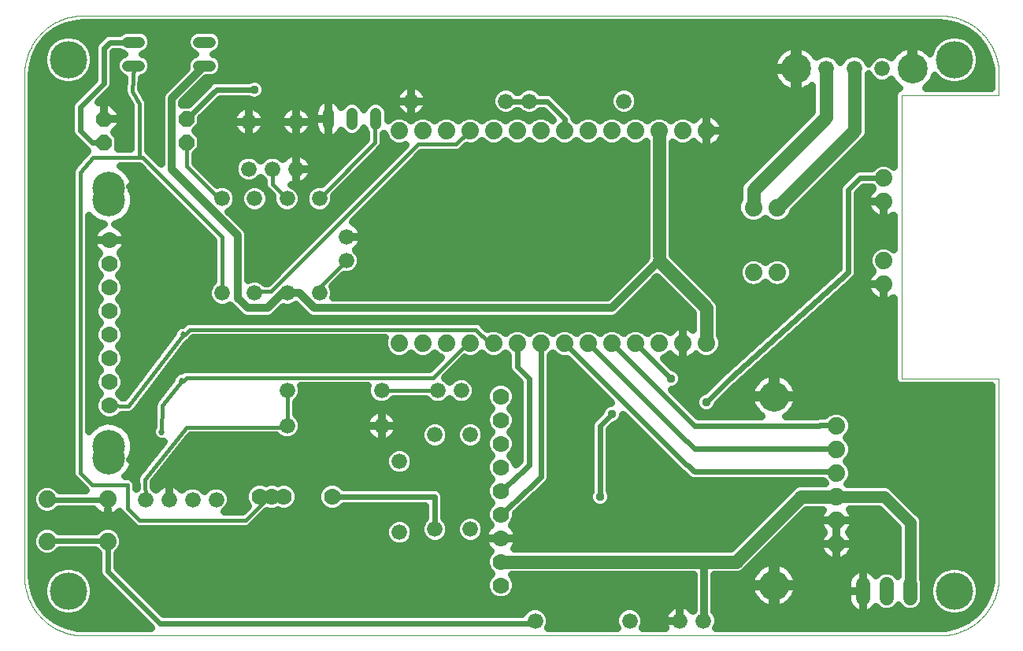
<source format=gtl>
G75*
%MOIN*%
%OFA0B0*%
%FSLAX25Y25*%
%IPPOS*%
%LPD*%
%AMOC8*
5,1,8,0,0,1.08239X$1,22.5*
%
%ADD10C,0.00000*%
%ADD11C,0.07000*%
%ADD12C,0.12661*%
%ADD13OC8,0.06600*%
%ADD14C,0.06000*%
%ADD15C,0.07400*%
%ADD16C,0.06600*%
%ADD17C,0.04800*%
%ADD18C,0.15811*%
%ADD19C,0.13843*%
%ADD20C,0.03200*%
%ADD21C,0.05600*%
%ADD22C,0.05000*%
%ADD23C,0.02400*%
%ADD24C,0.01600*%
%ADD25C,0.03762*%
%ADD26C,0.02700*%
D10*
X0033850Y0008850D02*
X0396350Y0008850D01*
X0396954Y0008857D01*
X0397558Y0008879D01*
X0398161Y0008916D01*
X0398763Y0008967D01*
X0399363Y0009032D01*
X0399962Y0009112D01*
X0400559Y0009207D01*
X0401153Y0009316D01*
X0401745Y0009439D01*
X0402333Y0009576D01*
X0402918Y0009728D01*
X0403499Y0009894D01*
X0404075Y0010074D01*
X0404648Y0010267D01*
X0405215Y0010475D01*
X0405777Y0010696D01*
X0406334Y0010930D01*
X0406885Y0011178D01*
X0407430Y0011439D01*
X0407968Y0011714D01*
X0408500Y0012001D01*
X0409024Y0012301D01*
X0409541Y0012613D01*
X0410050Y0012938D01*
X0410552Y0013275D01*
X0411045Y0013625D01*
X0411529Y0013986D01*
X0412005Y0014358D01*
X0412471Y0014742D01*
X0412928Y0015137D01*
X0413375Y0015543D01*
X0413813Y0015960D01*
X0414240Y0016387D01*
X0414657Y0016825D01*
X0415063Y0017272D01*
X0415458Y0017729D01*
X0415842Y0018195D01*
X0416214Y0018671D01*
X0416575Y0019155D01*
X0416925Y0019648D01*
X0417262Y0020150D01*
X0417587Y0020659D01*
X0417899Y0021176D01*
X0418199Y0021700D01*
X0418486Y0022232D01*
X0418761Y0022770D01*
X0419022Y0023315D01*
X0419270Y0023866D01*
X0419504Y0024423D01*
X0419725Y0024985D01*
X0419933Y0025552D01*
X0420126Y0026125D01*
X0420306Y0026701D01*
X0420472Y0027282D01*
X0420624Y0027867D01*
X0420761Y0028455D01*
X0420884Y0029047D01*
X0420993Y0029641D01*
X0421088Y0030238D01*
X0421168Y0030837D01*
X0421233Y0031437D01*
X0421284Y0032039D01*
X0421321Y0032642D01*
X0421343Y0033246D01*
X0421350Y0033850D01*
X0421350Y0117600D01*
X0380100Y0117600D01*
X0380100Y0237600D01*
X0421350Y0237600D01*
X0421350Y0246350D01*
X0421343Y0246954D01*
X0421321Y0247558D01*
X0421284Y0248161D01*
X0421233Y0248763D01*
X0421168Y0249363D01*
X0421088Y0249962D01*
X0420993Y0250559D01*
X0420884Y0251153D01*
X0420761Y0251745D01*
X0420624Y0252333D01*
X0420472Y0252918D01*
X0420306Y0253499D01*
X0420126Y0254075D01*
X0419933Y0254648D01*
X0419725Y0255215D01*
X0419504Y0255777D01*
X0419270Y0256334D01*
X0419022Y0256885D01*
X0418761Y0257430D01*
X0418486Y0257968D01*
X0418199Y0258500D01*
X0417899Y0259024D01*
X0417587Y0259541D01*
X0417262Y0260050D01*
X0416925Y0260552D01*
X0416575Y0261045D01*
X0416214Y0261529D01*
X0415842Y0262005D01*
X0415458Y0262471D01*
X0415063Y0262928D01*
X0414657Y0263375D01*
X0414240Y0263813D01*
X0413813Y0264240D01*
X0413375Y0264657D01*
X0412928Y0265063D01*
X0412471Y0265458D01*
X0412005Y0265842D01*
X0411529Y0266214D01*
X0411045Y0266575D01*
X0410552Y0266925D01*
X0410050Y0267262D01*
X0409541Y0267587D01*
X0409024Y0267899D01*
X0408500Y0268199D01*
X0407968Y0268486D01*
X0407430Y0268761D01*
X0406885Y0269022D01*
X0406334Y0269270D01*
X0405777Y0269504D01*
X0405215Y0269725D01*
X0404648Y0269933D01*
X0404075Y0270126D01*
X0403499Y0270306D01*
X0402918Y0270472D01*
X0402333Y0270624D01*
X0401745Y0270761D01*
X0401153Y0270884D01*
X0400559Y0270993D01*
X0399962Y0271088D01*
X0399363Y0271168D01*
X0398763Y0271233D01*
X0398161Y0271284D01*
X0397558Y0271321D01*
X0396954Y0271343D01*
X0396350Y0271350D01*
X0033850Y0271350D01*
X0033246Y0271343D01*
X0032642Y0271321D01*
X0032039Y0271284D01*
X0031437Y0271233D01*
X0030837Y0271168D01*
X0030238Y0271088D01*
X0029641Y0270993D01*
X0029047Y0270884D01*
X0028455Y0270761D01*
X0027867Y0270624D01*
X0027282Y0270472D01*
X0026701Y0270306D01*
X0026125Y0270126D01*
X0025552Y0269933D01*
X0024985Y0269725D01*
X0024423Y0269504D01*
X0023866Y0269270D01*
X0023315Y0269022D01*
X0022770Y0268761D01*
X0022232Y0268486D01*
X0021700Y0268199D01*
X0021176Y0267899D01*
X0020659Y0267587D01*
X0020150Y0267262D01*
X0019648Y0266925D01*
X0019155Y0266575D01*
X0018671Y0266214D01*
X0018195Y0265842D01*
X0017729Y0265458D01*
X0017272Y0265063D01*
X0016825Y0264657D01*
X0016387Y0264240D01*
X0015960Y0263813D01*
X0015543Y0263375D01*
X0015137Y0262928D01*
X0014742Y0262471D01*
X0014358Y0262005D01*
X0013986Y0261529D01*
X0013625Y0261045D01*
X0013275Y0260552D01*
X0012938Y0260050D01*
X0012613Y0259541D01*
X0012301Y0259024D01*
X0012001Y0258500D01*
X0011714Y0257968D01*
X0011439Y0257430D01*
X0011178Y0256885D01*
X0010930Y0256334D01*
X0010696Y0255777D01*
X0010475Y0255215D01*
X0010267Y0254648D01*
X0010074Y0254075D01*
X0009894Y0253499D01*
X0009728Y0252918D01*
X0009576Y0252333D01*
X0009439Y0251745D01*
X0009316Y0251153D01*
X0009207Y0250559D01*
X0009112Y0249962D01*
X0009032Y0249363D01*
X0008967Y0248763D01*
X0008916Y0248161D01*
X0008879Y0247558D01*
X0008857Y0246954D01*
X0008850Y0246350D01*
X0008850Y0033850D01*
X0008857Y0033246D01*
X0008879Y0032642D01*
X0008916Y0032039D01*
X0008967Y0031437D01*
X0009032Y0030837D01*
X0009112Y0030238D01*
X0009207Y0029641D01*
X0009316Y0029047D01*
X0009439Y0028455D01*
X0009576Y0027867D01*
X0009728Y0027282D01*
X0009894Y0026701D01*
X0010074Y0026125D01*
X0010267Y0025552D01*
X0010475Y0024985D01*
X0010696Y0024423D01*
X0010930Y0023866D01*
X0011178Y0023315D01*
X0011439Y0022770D01*
X0011714Y0022232D01*
X0012001Y0021700D01*
X0012301Y0021176D01*
X0012613Y0020659D01*
X0012938Y0020150D01*
X0013275Y0019648D01*
X0013625Y0019155D01*
X0013986Y0018671D01*
X0014358Y0018195D01*
X0014742Y0017729D01*
X0015137Y0017272D01*
X0015543Y0016825D01*
X0015960Y0016387D01*
X0016387Y0015960D01*
X0016825Y0015543D01*
X0017272Y0015137D01*
X0017729Y0014742D01*
X0018195Y0014358D01*
X0018671Y0013986D01*
X0019155Y0013625D01*
X0019648Y0013275D01*
X0020150Y0012938D01*
X0020659Y0012613D01*
X0021176Y0012301D01*
X0021700Y0012001D01*
X0022232Y0011714D01*
X0022770Y0011439D01*
X0023315Y0011178D01*
X0023866Y0010930D01*
X0024423Y0010696D01*
X0024985Y0010475D01*
X0025552Y0010267D01*
X0026125Y0010074D01*
X0026701Y0009894D01*
X0027282Y0009728D01*
X0027867Y0009576D01*
X0028455Y0009439D01*
X0029047Y0009316D01*
X0029641Y0009207D01*
X0030238Y0009112D01*
X0030837Y0009032D01*
X0031437Y0008967D01*
X0032039Y0008916D01*
X0032642Y0008879D01*
X0033246Y0008857D01*
X0033850Y0008850D01*
D11*
X0108555Y0067600D03*
X0113555Y0067600D03*
X0113555Y0067600D03*
X0118555Y0067600D03*
X0139145Y0067600D03*
X0210600Y0070100D03*
X0210600Y0080100D03*
X0210600Y0090100D03*
X0210600Y0100100D03*
X0210600Y0110100D03*
X0210600Y0060100D03*
X0210600Y0050100D03*
X0210600Y0040100D03*
X0210600Y0030100D03*
X0044923Y0106148D03*
X0044923Y0116148D03*
X0044923Y0126148D03*
X0044923Y0136148D03*
X0044923Y0146148D03*
X0044923Y0156148D03*
X0044923Y0166148D03*
X0044923Y0176148D03*
D12*
X0326163Y0110100D03*
X0326163Y0030100D03*
X0335494Y0248850D03*
X0384706Y0248850D03*
D13*
X0077600Y0227600D03*
X0077600Y0217600D03*
X0042600Y0217600D03*
X0042600Y0227600D03*
D14*
X0363850Y0030600D02*
X0363850Y0024600D01*
X0373850Y0024600D02*
X0373850Y0030600D01*
X0383850Y0030600D02*
X0383850Y0024600D01*
D15*
X0352600Y0047600D03*
X0352600Y0057600D03*
X0352600Y0067600D03*
X0352600Y0077600D03*
X0352600Y0087600D03*
X0352600Y0097600D03*
X0297600Y0132600D03*
X0287600Y0132600D03*
X0277600Y0132600D03*
X0267600Y0132600D03*
X0257600Y0132600D03*
X0247600Y0132600D03*
X0237600Y0132600D03*
X0227600Y0132600D03*
X0217600Y0132600D03*
X0207600Y0132600D03*
X0197600Y0132600D03*
X0187600Y0132600D03*
X0177600Y0132600D03*
X0167600Y0132600D03*
X0044150Y0066500D03*
X0044150Y0048700D03*
X0018550Y0048700D03*
X0018550Y0066500D03*
X0167600Y0222600D03*
X0177600Y0222600D03*
X0187600Y0222600D03*
X0197600Y0222600D03*
X0207600Y0222600D03*
X0217600Y0222600D03*
X0227600Y0222600D03*
X0237600Y0222600D03*
X0247600Y0222600D03*
X0257600Y0222600D03*
X0267600Y0222600D03*
X0277600Y0222600D03*
X0287600Y0222600D03*
X0297600Y0222600D03*
X0317600Y0190100D03*
X0327600Y0190100D03*
X0327600Y0162600D03*
X0317600Y0162600D03*
X0372600Y0157600D03*
X0372600Y0167600D03*
X0372600Y0192600D03*
X0372600Y0202600D03*
D16*
X0371911Y0248850D03*
X0360100Y0248850D03*
X0348289Y0248850D03*
X0262600Y0235100D03*
X0222600Y0235100D03*
X0212600Y0235100D03*
X0172600Y0235100D03*
X0123850Y0226350D03*
X0103850Y0226350D03*
X0103850Y0206350D03*
X0113850Y0206350D03*
X0123850Y0206350D03*
X0120100Y0193850D03*
X0106350Y0193850D03*
X0092600Y0193850D03*
X0133850Y0193850D03*
X0145100Y0177600D03*
X0145100Y0167600D03*
X0133850Y0153850D03*
X0120100Y0153850D03*
X0106350Y0153850D03*
X0092600Y0153850D03*
X0120100Y0112600D03*
X0120100Y0097600D03*
X0160100Y0097600D03*
X0167600Y0082600D03*
X0182600Y0093850D03*
X0197600Y0093850D03*
X0193850Y0112600D03*
X0183850Y0112600D03*
X0160100Y0112600D03*
X0090100Y0066350D03*
X0080100Y0066350D03*
X0070100Y0066350D03*
X0060100Y0066350D03*
X0167600Y0052600D03*
X0182600Y0053850D03*
X0197600Y0053850D03*
X0225100Y0015100D03*
X0265100Y0015100D03*
X0286350Y0015100D03*
X0296350Y0015100D03*
D17*
X0157600Y0225200D02*
X0157600Y0230000D01*
X0147600Y0230000D02*
X0147600Y0225200D01*
X0137600Y0225200D02*
X0137600Y0230000D01*
X0087500Y0250100D02*
X0082700Y0250100D01*
X0082700Y0260100D02*
X0087500Y0260100D01*
X0057500Y0260100D02*
X0052700Y0260100D01*
X0052700Y0250100D02*
X0057500Y0250100D01*
D18*
X0027600Y0252600D03*
X0027600Y0027600D03*
X0402600Y0027600D03*
X0402600Y0252600D03*
D19*
X0044647Y0198234D03*
X0044600Y0193200D03*
X0044700Y0089100D03*
X0044647Y0084061D03*
D20*
X0018364Y0018364D02*
X0022198Y0015307D01*
X0026617Y0013179D01*
X0031398Y0012088D01*
X0033850Y0011950D01*
X0062593Y0011950D01*
X0041884Y0032659D01*
X0040759Y0033784D01*
X0040150Y0035254D01*
X0040150Y0043508D01*
X0038808Y0044850D01*
X0023892Y0044850D01*
X0022232Y0043190D01*
X0019843Y0042200D01*
X0017257Y0042200D01*
X0014868Y0043190D01*
X0013040Y0045018D01*
X0012050Y0047407D01*
X0012050Y0049993D01*
X0013040Y0052382D01*
X0014868Y0054210D01*
X0017257Y0055200D01*
X0019843Y0055200D01*
X0022232Y0054210D01*
X0023592Y0052850D01*
X0039108Y0052850D01*
X0040468Y0054210D01*
X0042857Y0055200D01*
X0045443Y0055200D01*
X0047832Y0054210D01*
X0049660Y0052382D01*
X0050650Y0049993D01*
X0050650Y0047407D01*
X0049660Y0045018D01*
X0048150Y0043508D01*
X0048150Y0037707D01*
X0068007Y0017850D01*
X0219636Y0017850D01*
X0219929Y0018555D01*
X0221645Y0020271D01*
X0223887Y0021200D01*
X0226313Y0021200D01*
X0228555Y0020271D01*
X0230271Y0018555D01*
X0231200Y0016313D01*
X0231200Y0013887D01*
X0230398Y0011950D01*
X0259802Y0011950D01*
X0259000Y0013887D01*
X0259000Y0016313D01*
X0259929Y0018555D01*
X0261645Y0020271D01*
X0263887Y0021200D01*
X0266313Y0021200D01*
X0268555Y0020271D01*
X0270271Y0018555D01*
X0271200Y0016313D01*
X0271200Y0013887D01*
X0270398Y0011950D01*
X0280201Y0011950D01*
X0280148Y0012042D01*
X0279802Y0012877D01*
X0279568Y0013751D01*
X0279450Y0014648D01*
X0279450Y0015100D01*
X0286350Y0015100D01*
X0286350Y0015100D01*
X0286350Y0022000D01*
X0286802Y0022000D01*
X0287699Y0021882D01*
X0288573Y0021648D01*
X0289408Y0021302D01*
X0290192Y0020849D01*
X0290909Y0020299D01*
X0291549Y0019659D01*
X0291867Y0019244D01*
X0292200Y0019577D01*
X0292200Y0034500D01*
X0215110Y0034500D01*
X0215941Y0033669D01*
X0216900Y0031353D01*
X0216900Y0028847D01*
X0215941Y0026531D01*
X0214169Y0024759D01*
X0211853Y0023800D01*
X0209347Y0023800D01*
X0207031Y0024759D01*
X0205259Y0026531D01*
X0204300Y0028847D01*
X0204300Y0031353D01*
X0205259Y0033669D01*
X0206690Y0035100D01*
X0205259Y0036531D01*
X0204300Y0038847D01*
X0204300Y0041353D01*
X0205259Y0043669D01*
X0206153Y0044563D01*
X0205909Y0044750D01*
X0205250Y0045409D01*
X0204684Y0046147D01*
X0204219Y0046953D01*
X0203862Y0047813D01*
X0203621Y0048712D01*
X0203500Y0049635D01*
X0203500Y0050100D01*
X0210600Y0050100D01*
X0217700Y0050100D01*
X0217700Y0050565D01*
X0217579Y0051488D01*
X0217338Y0052387D01*
X0216981Y0053247D01*
X0216516Y0054053D01*
X0215950Y0054791D01*
X0215291Y0055450D01*
X0215047Y0055637D01*
X0215941Y0056531D01*
X0216900Y0058847D01*
X0216900Y0060536D01*
X0229808Y0072685D01*
X0229866Y0072709D01*
X0230386Y0073229D01*
X0230921Y0073733D01*
X0230947Y0073790D01*
X0230991Y0073834D01*
X0231272Y0074513D01*
X0231574Y0075184D01*
X0231576Y0075246D01*
X0231600Y0075304D01*
X0231600Y0076039D01*
X0231622Y0076774D01*
X0231600Y0076833D01*
X0231600Y0127408D01*
X0232600Y0128408D01*
X0233918Y0127090D01*
X0236307Y0126100D01*
X0238443Y0126100D01*
X0257262Y0107281D01*
X0256669Y0107281D01*
X0254948Y0106568D01*
X0253632Y0105252D01*
X0252950Y0103607D01*
X0250334Y0100991D01*
X0249209Y0099866D01*
X0248600Y0098396D01*
X0248600Y0070175D01*
X0247919Y0068531D01*
X0247919Y0066669D01*
X0248632Y0064948D01*
X0249948Y0063632D01*
X0251669Y0062919D01*
X0253531Y0062919D01*
X0255252Y0063632D01*
X0256568Y0064948D01*
X0257281Y0066669D01*
X0257281Y0068531D01*
X0256600Y0070175D01*
X0256600Y0095943D01*
X0258607Y0097950D01*
X0260252Y0098632D01*
X0261568Y0099948D01*
X0262281Y0101669D01*
X0262281Y0102262D01*
X0286584Y0077959D01*
X0287267Y0077676D01*
X0290134Y0074809D01*
X0291604Y0074200D01*
X0346973Y0074200D01*
X0347090Y0073918D01*
X0347808Y0073200D01*
X0336486Y0073200D01*
X0334428Y0072347D01*
X0332853Y0070772D01*
X0307780Y0045700D01*
X0216173Y0045700D01*
X0216516Y0046147D01*
X0216981Y0046953D01*
X0217338Y0047813D01*
X0217579Y0048712D01*
X0217700Y0049635D01*
X0217700Y0050100D01*
X0210600Y0050100D01*
X0210600Y0050100D01*
X0210600Y0050100D01*
X0203500Y0050100D01*
X0203500Y0050565D01*
X0203621Y0051488D01*
X0203862Y0052387D01*
X0204219Y0053247D01*
X0204684Y0054053D01*
X0205250Y0054791D01*
X0205909Y0055450D01*
X0206153Y0055637D01*
X0205259Y0056531D01*
X0204300Y0058847D01*
X0204300Y0061353D01*
X0205259Y0063669D01*
X0206690Y0065100D01*
X0205259Y0066531D01*
X0204300Y0068847D01*
X0204300Y0071353D01*
X0205259Y0073669D01*
X0206690Y0075100D01*
X0205259Y0076531D01*
X0204300Y0078847D01*
X0204300Y0081353D01*
X0205259Y0083669D01*
X0206690Y0085100D01*
X0205259Y0086531D01*
X0204300Y0088847D01*
X0204300Y0091353D01*
X0205259Y0093669D01*
X0206690Y0095100D01*
X0205259Y0096531D01*
X0204300Y0098847D01*
X0204300Y0101353D01*
X0205259Y0103669D01*
X0206690Y0105100D01*
X0205259Y0106531D01*
X0204300Y0108847D01*
X0204300Y0111353D01*
X0205259Y0113669D01*
X0207031Y0115441D01*
X0209347Y0116400D01*
X0211853Y0116400D01*
X0214169Y0115441D01*
X0215941Y0113669D01*
X0216900Y0111353D01*
X0216900Y0108847D01*
X0215941Y0106531D01*
X0214510Y0105100D01*
X0215941Y0103669D01*
X0216900Y0101353D01*
X0216900Y0098847D01*
X0215941Y0096531D01*
X0214510Y0095100D01*
X0215941Y0093669D01*
X0216900Y0091353D01*
X0216900Y0088847D01*
X0215941Y0086531D01*
X0214510Y0085100D01*
X0215941Y0083669D01*
X0216900Y0081353D01*
X0216900Y0081301D01*
X0218600Y0082860D01*
X0218600Y0115943D01*
X0215334Y0119209D01*
X0215334Y0119209D01*
X0214209Y0120334D01*
X0213600Y0121804D01*
X0213600Y0127408D01*
X0212600Y0128408D01*
X0211282Y0127090D01*
X0208893Y0126100D01*
X0206307Y0126100D01*
X0203918Y0127090D01*
X0202600Y0128408D01*
X0201282Y0127090D01*
X0198893Y0126100D01*
X0196307Y0126100D01*
X0195306Y0126515D01*
X0186780Y0117989D01*
X0187305Y0117771D01*
X0188850Y0116227D01*
X0190395Y0117771D01*
X0192637Y0118700D01*
X0195063Y0118700D01*
X0197305Y0117771D01*
X0199021Y0116055D01*
X0199950Y0113813D01*
X0199950Y0111387D01*
X0199021Y0109145D01*
X0197305Y0107429D01*
X0195063Y0106500D01*
X0192637Y0106500D01*
X0190395Y0107429D01*
X0188850Y0108973D01*
X0187305Y0107429D01*
X0185063Y0106500D01*
X0182637Y0106500D01*
X0180395Y0107429D01*
X0178823Y0109000D01*
X0165127Y0109000D01*
X0163555Y0107429D01*
X0161313Y0106500D01*
X0158887Y0106500D01*
X0156645Y0107429D01*
X0154929Y0109145D01*
X0154000Y0111387D01*
X0154000Y0113813D01*
X0154284Y0114500D01*
X0125916Y0114500D01*
X0126200Y0113813D01*
X0126200Y0111387D01*
X0125271Y0109145D01*
X0123800Y0107673D01*
X0123800Y0102527D01*
X0125271Y0101055D01*
X0126200Y0098813D01*
X0126200Y0096387D01*
X0125271Y0094145D01*
X0123555Y0092429D01*
X0121313Y0091500D01*
X0118887Y0091500D01*
X0116645Y0092429D01*
X0115573Y0093500D01*
X0079324Y0093500D01*
X0063529Y0073868D01*
X0063583Y0071493D01*
X0064583Y0070494D01*
X0064901Y0070909D01*
X0065541Y0071549D01*
X0066258Y0072099D01*
X0067042Y0072552D01*
X0067877Y0072898D01*
X0068751Y0073132D01*
X0069648Y0073250D01*
X0070100Y0073250D01*
X0070100Y0066350D01*
X0070100Y0066350D01*
X0070100Y0073250D01*
X0070552Y0073250D01*
X0071449Y0073132D01*
X0072323Y0072898D01*
X0073158Y0072552D01*
X0073942Y0072099D01*
X0074659Y0071549D01*
X0075299Y0070909D01*
X0075617Y0070494D01*
X0076645Y0071521D01*
X0078887Y0072450D01*
X0081313Y0072450D01*
X0083555Y0071521D01*
X0085100Y0069977D01*
X0086645Y0071521D01*
X0088887Y0072450D01*
X0091313Y0072450D01*
X0093555Y0071521D01*
X0095271Y0069805D01*
X0096200Y0067563D01*
X0096200Y0065137D01*
X0095271Y0062895D01*
X0093577Y0061200D01*
X0101109Y0061200D01*
X0103577Y0063668D01*
X0103214Y0064031D01*
X0102255Y0066347D01*
X0102255Y0068853D01*
X0103214Y0071169D01*
X0104986Y0072941D01*
X0107302Y0073900D01*
X0109808Y0073900D01*
X0111055Y0073384D01*
X0112302Y0073900D01*
X0114808Y0073900D01*
X0116055Y0073384D01*
X0117302Y0073900D01*
X0119808Y0073900D01*
X0122123Y0072941D01*
X0123896Y0071169D01*
X0124855Y0068853D01*
X0124855Y0066347D01*
X0123896Y0064031D01*
X0122123Y0062259D01*
X0119808Y0061300D01*
X0117302Y0061300D01*
X0116055Y0061816D01*
X0114808Y0061300D01*
X0112302Y0061300D01*
X0111658Y0061567D01*
X0105652Y0055561D01*
X0104639Y0054548D01*
X0103316Y0054000D01*
X0056884Y0054000D01*
X0055561Y0054548D01*
X0050561Y0059548D01*
X0049548Y0060561D01*
X0049251Y0061277D01*
X0048974Y0061000D01*
X0048214Y0060417D01*
X0047386Y0059939D01*
X0046502Y0059573D01*
X0045577Y0059325D01*
X0044628Y0059200D01*
X0044150Y0059200D01*
X0044150Y0062350D01*
X0044150Y0062350D01*
X0044150Y0059200D01*
X0043672Y0059200D01*
X0042723Y0059325D01*
X0041798Y0059573D01*
X0040914Y0059939D01*
X0040086Y0060417D01*
X0039326Y0061000D01*
X0038650Y0061676D01*
X0038133Y0062350D01*
X0023592Y0062350D01*
X0022232Y0060990D01*
X0019843Y0060000D01*
X0017257Y0060000D01*
X0014868Y0060990D01*
X0013040Y0062818D01*
X0012050Y0065207D01*
X0012050Y0067793D01*
X0013040Y0070182D01*
X0014868Y0072010D01*
X0017257Y0073000D01*
X0019843Y0073000D01*
X0022232Y0072010D01*
X0023892Y0070350D01*
X0034759Y0070350D01*
X0030561Y0074548D01*
X0030561Y0074548D01*
X0029548Y0075561D01*
X0029000Y0076884D01*
X0029000Y0204957D01*
X0028955Y0205528D01*
X0029000Y0205668D01*
X0029000Y0205816D01*
X0029219Y0206345D01*
X0029396Y0206890D01*
X0029492Y0207003D01*
X0029548Y0207139D01*
X0029953Y0207544D01*
X0034689Y0213099D01*
X0034743Y0213231D01*
X0035150Y0213641D01*
X0035525Y0214080D01*
X0035579Y0214108D01*
X0035334Y0214209D01*
X0034209Y0215334D01*
X0029209Y0220334D01*
X0028600Y0221804D01*
X0028600Y0233396D01*
X0029209Y0234866D01*
X0030334Y0235991D01*
X0038600Y0244257D01*
X0038600Y0258396D01*
X0039209Y0259866D01*
X0040334Y0260991D01*
X0042834Y0263491D01*
X0044304Y0264100D01*
X0049346Y0264100D01*
X0049754Y0264508D01*
X0051666Y0265300D01*
X0058534Y0265300D01*
X0060446Y0264508D01*
X0061908Y0263046D01*
X0062700Y0261134D01*
X0062700Y0259066D01*
X0061908Y0257154D01*
X0060446Y0255692D01*
X0059017Y0255100D01*
X0060446Y0254508D01*
X0061908Y0253046D01*
X0062700Y0251134D01*
X0062700Y0249066D01*
X0061908Y0247154D01*
X0060446Y0245692D01*
X0058534Y0244900D01*
X0058463Y0244900D01*
X0058245Y0240186D01*
X0060483Y0236307D01*
X0060656Y0236133D01*
X0060838Y0235692D01*
X0061076Y0235279D01*
X0061108Y0235035D01*
X0061202Y0234808D01*
X0061201Y0234331D01*
X0061263Y0233859D01*
X0061199Y0233622D01*
X0061156Y0214135D01*
X0066800Y0208491D01*
X0066800Y0237275D01*
X0067470Y0238892D01*
X0077542Y0248964D01*
X0077500Y0249066D01*
X0077500Y0251134D01*
X0078292Y0253046D01*
X0079754Y0254508D01*
X0081183Y0255100D01*
X0079754Y0255692D01*
X0078292Y0257154D01*
X0077500Y0259066D01*
X0077500Y0261134D01*
X0078292Y0263046D01*
X0079754Y0264508D01*
X0081666Y0265300D01*
X0088534Y0265300D01*
X0090446Y0264508D01*
X0091908Y0263046D01*
X0092700Y0261134D01*
X0092700Y0259066D01*
X0091908Y0257154D01*
X0090446Y0255692D01*
X0089017Y0255100D01*
X0090446Y0254508D01*
X0091908Y0253046D01*
X0092700Y0251134D01*
X0092700Y0249066D01*
X0091908Y0247154D01*
X0090446Y0245692D01*
X0088534Y0244900D01*
X0085923Y0244900D01*
X0075600Y0234577D01*
X0075600Y0233700D01*
X0078043Y0233700D01*
X0086709Y0242366D01*
X0087834Y0243491D01*
X0089304Y0244100D01*
X0103775Y0244100D01*
X0105419Y0244781D01*
X0107281Y0244781D01*
X0109002Y0244068D01*
X0110318Y0242752D01*
X0111031Y0241031D01*
X0111031Y0239169D01*
X0110318Y0237448D01*
X0109002Y0236132D01*
X0107281Y0235419D01*
X0105419Y0235419D01*
X0103775Y0236100D01*
X0091757Y0236100D01*
X0083700Y0228043D01*
X0083700Y0225073D01*
X0081227Y0222600D01*
X0083700Y0220127D01*
X0083700Y0215073D01*
X0081200Y0212573D01*
X0081200Y0209091D01*
X0090647Y0199644D01*
X0091387Y0199950D01*
X0093813Y0199950D01*
X0096055Y0199021D01*
X0097771Y0197305D01*
X0098700Y0195063D01*
X0098700Y0192637D01*
X0097771Y0190395D01*
X0096055Y0188679D01*
X0095340Y0188382D01*
X0102930Y0180792D01*
X0103600Y0179175D01*
X0103600Y0159313D01*
X0105137Y0159950D01*
X0107563Y0159950D01*
X0109805Y0159021D01*
X0110727Y0158100D01*
X0111709Y0158100D01*
X0170286Y0216677D01*
X0168893Y0216100D01*
X0166307Y0216100D01*
X0163918Y0217090D01*
X0162090Y0218918D01*
X0161100Y0221307D01*
X0161100Y0221346D01*
X0160900Y0221146D01*
X0160900Y0216784D01*
X0160352Y0215461D01*
X0139950Y0195059D01*
X0139950Y0192637D01*
X0139021Y0190395D01*
X0137305Y0188679D01*
X0135063Y0187750D01*
X0132637Y0187750D01*
X0130395Y0188679D01*
X0128679Y0190395D01*
X0127750Y0192637D01*
X0127750Y0195063D01*
X0128679Y0197305D01*
X0130395Y0199021D01*
X0132637Y0199950D01*
X0134659Y0199950D01*
X0153700Y0218991D01*
X0153700Y0221746D01*
X0153192Y0222254D01*
X0152600Y0223683D01*
X0152008Y0222254D01*
X0150546Y0220792D01*
X0148634Y0220000D01*
X0146566Y0220000D01*
X0144654Y0220792D01*
X0143192Y0222254D01*
X0143031Y0222643D01*
X0142732Y0222055D01*
X0142177Y0221291D01*
X0141509Y0220623D01*
X0140745Y0220068D01*
X0139903Y0219640D01*
X0139005Y0219348D01*
X0138072Y0219200D01*
X0137600Y0219200D01*
X0137600Y0227600D01*
X0137600Y0227600D01*
X0137600Y0236000D01*
X0138072Y0236000D01*
X0139005Y0235852D01*
X0139903Y0235560D01*
X0140745Y0235132D01*
X0141509Y0234577D01*
X0142177Y0233909D01*
X0142732Y0233145D01*
X0143031Y0232557D01*
X0143192Y0232946D01*
X0144654Y0234408D01*
X0146566Y0235200D01*
X0148634Y0235200D01*
X0150546Y0234408D01*
X0152008Y0232946D01*
X0152600Y0231517D01*
X0153192Y0232946D01*
X0154654Y0234408D01*
X0156566Y0235200D01*
X0158634Y0235200D01*
X0160546Y0234408D01*
X0162008Y0232946D01*
X0162800Y0231034D01*
X0162800Y0226992D01*
X0163918Y0228110D01*
X0166307Y0229100D01*
X0168893Y0229100D01*
X0171282Y0228110D01*
X0172600Y0226792D01*
X0173918Y0228110D01*
X0176307Y0229100D01*
X0178893Y0229100D01*
X0181282Y0228110D01*
X0182600Y0226792D01*
X0183918Y0228110D01*
X0186307Y0229100D01*
X0188893Y0229100D01*
X0191282Y0228110D01*
X0192600Y0226792D01*
X0193918Y0228110D01*
X0196307Y0229100D01*
X0198893Y0229100D01*
X0201282Y0228110D01*
X0202600Y0226792D01*
X0203918Y0228110D01*
X0206307Y0229100D01*
X0208893Y0229100D01*
X0211282Y0228110D01*
X0212600Y0226792D01*
X0213918Y0228110D01*
X0216307Y0229100D01*
X0218893Y0229100D01*
X0221282Y0228110D01*
X0222600Y0226792D01*
X0223918Y0228110D01*
X0226307Y0229100D01*
X0228893Y0229100D01*
X0231282Y0228110D01*
X0232600Y0226792D01*
X0232675Y0226868D01*
X0228443Y0231100D01*
X0227227Y0231100D01*
X0226055Y0229929D01*
X0223813Y0229000D01*
X0221387Y0229000D01*
X0219145Y0229929D01*
X0217973Y0231100D01*
X0217227Y0231100D01*
X0216055Y0229929D01*
X0213813Y0229000D01*
X0211387Y0229000D01*
X0209145Y0229929D01*
X0207429Y0231645D01*
X0206500Y0233887D01*
X0206500Y0236313D01*
X0207429Y0238555D01*
X0209145Y0240271D01*
X0211387Y0241200D01*
X0213813Y0241200D01*
X0216055Y0240271D01*
X0217227Y0239100D01*
X0217973Y0239100D01*
X0219145Y0240271D01*
X0221387Y0241200D01*
X0223813Y0241200D01*
X0226055Y0240271D01*
X0227227Y0239100D01*
X0230896Y0239100D01*
X0232366Y0238491D01*
X0233491Y0237366D01*
X0240991Y0229866D01*
X0241600Y0228396D01*
X0241600Y0227792D01*
X0242600Y0226792D01*
X0243918Y0228110D01*
X0246307Y0229100D01*
X0248893Y0229100D01*
X0251282Y0228110D01*
X0252600Y0226792D01*
X0253918Y0228110D01*
X0256307Y0229100D01*
X0258893Y0229100D01*
X0261282Y0228110D01*
X0262600Y0226792D01*
X0263918Y0228110D01*
X0266307Y0229100D01*
X0268893Y0229100D01*
X0271282Y0228110D01*
X0272600Y0226792D01*
X0273918Y0228110D01*
X0276307Y0229100D01*
X0278893Y0229100D01*
X0281282Y0228110D01*
X0282600Y0226792D01*
X0283918Y0228110D01*
X0286307Y0229100D01*
X0288893Y0229100D01*
X0291282Y0228110D01*
X0292043Y0227349D01*
X0292100Y0227424D01*
X0292776Y0228100D01*
X0293536Y0228683D01*
X0294364Y0229161D01*
X0295248Y0229527D01*
X0296173Y0229775D01*
X0297122Y0229900D01*
X0297600Y0229900D01*
X0297600Y0222600D01*
X0297600Y0222600D01*
X0304900Y0222600D01*
X0304900Y0223078D01*
X0304775Y0224027D01*
X0304527Y0224952D01*
X0304161Y0225836D01*
X0303683Y0226664D01*
X0303100Y0227424D01*
X0302424Y0228100D01*
X0301664Y0228683D01*
X0300836Y0229161D01*
X0299952Y0229527D01*
X0299027Y0229775D01*
X0298078Y0229900D01*
X0297600Y0229900D01*
X0297600Y0222600D01*
X0297600Y0222600D01*
X0304900Y0222600D01*
X0304900Y0222122D01*
X0304775Y0221173D01*
X0304527Y0220248D01*
X0304161Y0219364D01*
X0303683Y0218536D01*
X0303100Y0217776D01*
X0302424Y0217100D01*
X0301664Y0216517D01*
X0300836Y0216039D01*
X0299952Y0215673D01*
X0299027Y0215425D01*
X0298078Y0215300D01*
X0297600Y0215300D01*
X0297600Y0222600D01*
X0297600Y0222600D01*
X0297600Y0215300D01*
X0297122Y0215300D01*
X0296173Y0215425D01*
X0295248Y0215673D01*
X0294364Y0216039D01*
X0293536Y0216517D01*
X0292776Y0217100D01*
X0292100Y0217776D01*
X0292043Y0217851D01*
X0291282Y0217090D01*
X0288893Y0216100D01*
X0286307Y0216100D01*
X0283918Y0217090D01*
X0283300Y0217708D01*
X0283300Y0169820D01*
X0302347Y0150772D01*
X0303200Y0148714D01*
X0303200Y0136066D01*
X0304100Y0133893D01*
X0304100Y0131307D01*
X0303110Y0128918D01*
X0301282Y0127090D01*
X0298893Y0126100D01*
X0296307Y0126100D01*
X0293918Y0127090D01*
X0293157Y0127851D01*
X0293100Y0127776D01*
X0292424Y0127100D01*
X0291664Y0126517D01*
X0290836Y0126039D01*
X0289952Y0125673D01*
X0289027Y0125425D01*
X0288078Y0125300D01*
X0287600Y0125300D01*
X0287600Y0132600D01*
X0287600Y0132600D01*
X0287600Y0139900D01*
X0288078Y0139900D01*
X0289027Y0139775D01*
X0289952Y0139527D01*
X0290836Y0139161D01*
X0291664Y0138683D01*
X0292000Y0138425D01*
X0292000Y0145280D01*
X0276701Y0160579D01*
X0259892Y0143770D01*
X0258275Y0143100D01*
X0130525Y0143100D01*
X0128908Y0143770D01*
X0127670Y0145008D01*
X0123777Y0148900D01*
X0123555Y0148679D01*
X0121313Y0147750D01*
X0118887Y0147750D01*
X0118452Y0147930D01*
X0115530Y0145008D01*
X0114292Y0143770D01*
X0112675Y0143100D01*
X0102525Y0143100D01*
X0100908Y0143770D01*
X0096708Y0147970D01*
X0096015Y0148662D01*
X0093813Y0147750D01*
X0091387Y0147750D01*
X0089145Y0148679D01*
X0087429Y0150395D01*
X0086500Y0152637D01*
X0086500Y0155063D01*
X0087429Y0157305D01*
X0089000Y0158877D01*
X0089000Y0176109D01*
X0057459Y0207650D01*
X0049387Y0207629D01*
X0049745Y0207457D01*
X0050745Y0206829D01*
X0051669Y0206092D01*
X0052505Y0205256D01*
X0053241Y0204332D01*
X0053870Y0203332D01*
X0054383Y0202267D01*
X0054773Y0201152D01*
X0055036Y0199999D01*
X0055138Y0199095D01*
X0053508Y0199095D01*
X0053729Y0198852D01*
X0054302Y0197374D01*
X0055138Y0197374D01*
X0055036Y0196469D01*
X0054894Y0195845D01*
X0055154Y0195173D01*
X0055154Y0191227D01*
X0053729Y0187548D01*
X0051070Y0184632D01*
X0047538Y0182873D01*
X0047294Y0182850D01*
X0048070Y0182529D01*
X0048876Y0182064D01*
X0049614Y0181497D01*
X0050272Y0180839D01*
X0050839Y0180101D01*
X0051304Y0179295D01*
X0051660Y0178435D01*
X0051901Y0177536D01*
X0052023Y0176613D01*
X0052023Y0176148D01*
X0044923Y0176148D01*
X0044923Y0176148D01*
X0052023Y0176148D01*
X0052023Y0175682D01*
X0051901Y0174759D01*
X0051660Y0173860D01*
X0051304Y0173001D01*
X0050839Y0172195D01*
X0050272Y0171456D01*
X0049614Y0170798D01*
X0049370Y0170610D01*
X0050264Y0169716D01*
X0051223Y0167401D01*
X0051223Y0164894D01*
X0050264Y0162579D01*
X0048832Y0161148D01*
X0050264Y0159716D01*
X0051223Y0157401D01*
X0051223Y0154894D01*
X0050264Y0152579D01*
X0048832Y0151148D01*
X0050264Y0149716D01*
X0051223Y0147401D01*
X0051223Y0144894D01*
X0050264Y0142579D01*
X0048832Y0141148D01*
X0050264Y0139716D01*
X0051223Y0137401D01*
X0051223Y0134894D01*
X0050264Y0132579D01*
X0048832Y0131148D01*
X0050264Y0129716D01*
X0051223Y0127401D01*
X0051223Y0124894D01*
X0050264Y0122579D01*
X0048832Y0121148D01*
X0050264Y0119716D01*
X0051223Y0117401D01*
X0051223Y0114894D01*
X0050264Y0112579D01*
X0048832Y0111148D01*
X0050264Y0109716D01*
X0050318Y0109584D01*
X0051256Y0109555D01*
X0071950Y0136789D01*
X0071950Y0137125D01*
X0072582Y0138651D01*
X0073749Y0139818D01*
X0075275Y0140450D01*
X0075859Y0140450D01*
X0076861Y0141452D01*
X0078184Y0142000D01*
X0200716Y0142000D01*
X0202039Y0141452D01*
X0203052Y0140439D01*
X0204952Y0138539D01*
X0206307Y0139100D01*
X0208893Y0139100D01*
X0211282Y0138110D01*
X0212600Y0136792D01*
X0213918Y0138110D01*
X0216307Y0139100D01*
X0218893Y0139100D01*
X0221282Y0138110D01*
X0222600Y0136792D01*
X0223918Y0138110D01*
X0226307Y0139100D01*
X0228893Y0139100D01*
X0231282Y0138110D01*
X0232600Y0136792D01*
X0233918Y0138110D01*
X0236307Y0139100D01*
X0238893Y0139100D01*
X0241282Y0138110D01*
X0242600Y0136792D01*
X0243918Y0138110D01*
X0246307Y0139100D01*
X0248893Y0139100D01*
X0251282Y0138110D01*
X0252600Y0136792D01*
X0253918Y0138110D01*
X0256307Y0139100D01*
X0258893Y0139100D01*
X0261282Y0138110D01*
X0262600Y0136792D01*
X0263918Y0138110D01*
X0266307Y0139100D01*
X0268893Y0139100D01*
X0271282Y0138110D01*
X0272600Y0136792D01*
X0273918Y0138110D01*
X0276307Y0139100D01*
X0278893Y0139100D01*
X0281282Y0138110D01*
X0282043Y0137349D01*
X0282100Y0137424D01*
X0282776Y0138100D01*
X0283536Y0138683D01*
X0284364Y0139161D01*
X0285248Y0139527D01*
X0286173Y0139775D01*
X0287122Y0139900D01*
X0287600Y0139900D01*
X0287600Y0132600D01*
X0287600Y0132600D01*
X0287600Y0125300D01*
X0287122Y0125300D01*
X0286173Y0125425D01*
X0285248Y0125673D01*
X0284364Y0126039D01*
X0283536Y0126517D01*
X0282776Y0127100D01*
X0282100Y0127776D01*
X0282043Y0127851D01*
X0281282Y0127090D01*
X0279504Y0126353D01*
X0283607Y0122250D01*
X0285252Y0121568D01*
X0286568Y0120252D01*
X0287281Y0118531D01*
X0287281Y0116669D01*
X0286568Y0114948D01*
X0285252Y0113632D01*
X0283531Y0112919D01*
X0282938Y0112919D01*
X0294257Y0101600D01*
X0321025Y0101600D01*
X0320407Y0101988D01*
X0319535Y0102684D01*
X0318747Y0103472D01*
X0318051Y0104344D01*
X0317458Y0105289D01*
X0316974Y0106294D01*
X0316605Y0107346D01*
X0316357Y0108434D01*
X0316233Y0109535D01*
X0325598Y0109535D01*
X0325598Y0110665D01*
X0316233Y0110665D01*
X0316357Y0111766D01*
X0316605Y0112854D01*
X0316974Y0113906D01*
X0317458Y0114911D01*
X0318051Y0115856D01*
X0318747Y0116728D01*
X0319535Y0117516D01*
X0320407Y0118212D01*
X0321352Y0118805D01*
X0322357Y0119289D01*
X0323409Y0119658D01*
X0324497Y0119906D01*
X0325598Y0120030D01*
X0325598Y0110665D01*
X0326728Y0110665D01*
X0326728Y0120030D01*
X0327829Y0119906D01*
X0328917Y0119658D01*
X0329969Y0119289D01*
X0330974Y0118805D01*
X0331919Y0118212D01*
X0332791Y0117516D01*
X0333579Y0116728D01*
X0334275Y0115856D01*
X0334868Y0114911D01*
X0335352Y0113906D01*
X0335721Y0112854D01*
X0335969Y0111766D01*
X0336093Y0110665D01*
X0326728Y0110665D01*
X0326728Y0109535D01*
X0336093Y0109535D01*
X0335969Y0108434D01*
X0335721Y0107346D01*
X0335352Y0106294D01*
X0334868Y0105289D01*
X0334275Y0104344D01*
X0333579Y0103472D01*
X0332791Y0102684D01*
X0331919Y0101988D01*
X0331301Y0101600D01*
X0344322Y0101600D01*
X0344804Y0101800D01*
X0347608Y0101800D01*
X0348918Y0103110D01*
X0351307Y0104100D01*
X0353893Y0104100D01*
X0356282Y0103110D01*
X0358110Y0101282D01*
X0359100Y0098893D01*
X0359100Y0096307D01*
X0358110Y0093918D01*
X0356792Y0092600D01*
X0358110Y0091282D01*
X0359100Y0088893D01*
X0359100Y0086307D01*
X0358110Y0083918D01*
X0356792Y0082600D01*
X0358110Y0081282D01*
X0359100Y0078893D01*
X0359100Y0076307D01*
X0358110Y0073918D01*
X0357092Y0072900D01*
X0373854Y0072900D01*
X0375802Y0072093D01*
X0386902Y0060993D01*
X0388393Y0059502D01*
X0389200Y0057554D01*
X0389200Y0032840D01*
X0389650Y0031754D01*
X0389650Y0023446D01*
X0388767Y0021315D01*
X0387135Y0019683D01*
X0385004Y0018800D01*
X0382696Y0018800D01*
X0380565Y0019683D01*
X0378933Y0021315D01*
X0378850Y0021515D01*
X0378767Y0021315D01*
X0377135Y0019683D01*
X0375004Y0018800D01*
X0372696Y0018800D01*
X0370565Y0019683D01*
X0369338Y0020910D01*
X0368823Y0020239D01*
X0368211Y0019627D01*
X0367525Y0019101D01*
X0366775Y0018668D01*
X0365976Y0018337D01*
X0365140Y0018113D01*
X0364283Y0018000D01*
X0363850Y0018000D01*
X0363850Y0027600D01*
X0363850Y0027600D01*
X0363850Y0037200D01*
X0364283Y0037200D01*
X0365140Y0037087D01*
X0365976Y0036863D01*
X0366775Y0036532D01*
X0367525Y0036099D01*
X0368211Y0035573D01*
X0368823Y0034961D01*
X0369338Y0034290D01*
X0370565Y0035517D01*
X0372696Y0036400D01*
X0375004Y0036400D01*
X0377135Y0035517D01*
X0378600Y0034052D01*
X0378600Y0054305D01*
X0370605Y0062300D01*
X0358195Y0062300D01*
X0358683Y0061664D01*
X0359161Y0060836D01*
X0359527Y0059952D01*
X0359775Y0059027D01*
X0359900Y0058078D01*
X0359900Y0057600D01*
X0352600Y0057600D01*
X0352600Y0057600D01*
X0359900Y0057600D01*
X0359900Y0057122D01*
X0359775Y0056173D01*
X0359527Y0055248D01*
X0359161Y0054364D01*
X0358683Y0053536D01*
X0358100Y0052776D01*
X0357924Y0052600D01*
X0358100Y0052424D01*
X0358683Y0051664D01*
X0359161Y0050836D01*
X0359527Y0049952D01*
X0359775Y0049027D01*
X0359900Y0048078D01*
X0359900Y0047600D01*
X0352600Y0047600D01*
X0352600Y0047600D01*
X0352600Y0047600D01*
X0352600Y0057600D01*
X0352600Y0057600D01*
X0345300Y0057600D01*
X0345300Y0058078D01*
X0345425Y0059027D01*
X0345673Y0059952D01*
X0346039Y0060836D01*
X0346517Y0061664D01*
X0346775Y0062000D01*
X0339920Y0062000D01*
X0313272Y0035353D01*
X0311214Y0034500D01*
X0301000Y0034500D01*
X0301000Y0019077D01*
X0301521Y0018555D01*
X0302450Y0016313D01*
X0302450Y0013887D01*
X0301648Y0011950D01*
X0396350Y0011950D01*
X0398802Y0012088D01*
X0403583Y0013179D01*
X0408002Y0015307D01*
X0411836Y0018364D01*
X0414893Y0022198D01*
X0417021Y0026617D01*
X0418112Y0031398D01*
X0418250Y0033850D01*
X0418250Y0114500D01*
X0379483Y0114500D01*
X0378344Y0114972D01*
X0377472Y0115844D01*
X0377000Y0116983D01*
X0377000Y0151775D01*
X0376664Y0151517D01*
X0375836Y0151039D01*
X0374952Y0150673D01*
X0374027Y0150425D01*
X0373078Y0150300D01*
X0372600Y0150300D01*
X0372600Y0157600D01*
X0372600Y0157600D01*
X0372600Y0157600D01*
X0365300Y0157600D01*
X0365300Y0158078D01*
X0365425Y0159027D01*
X0365673Y0159952D01*
X0366039Y0160836D01*
X0366517Y0161664D01*
X0367100Y0162424D01*
X0367776Y0163100D01*
X0367851Y0163157D01*
X0367090Y0163918D01*
X0366100Y0166307D01*
X0366100Y0168893D01*
X0367090Y0171282D01*
X0368918Y0173110D01*
X0371307Y0174100D01*
X0373893Y0174100D01*
X0376282Y0173110D01*
X0377000Y0172392D01*
X0377000Y0186775D01*
X0376664Y0186517D01*
X0375836Y0186039D01*
X0374952Y0185673D01*
X0374027Y0185425D01*
X0373078Y0185300D01*
X0372600Y0185300D01*
X0372600Y0192600D01*
X0372600Y0192600D01*
X0372600Y0192600D01*
X0365300Y0192600D01*
X0365300Y0193078D01*
X0365425Y0194027D01*
X0365673Y0194952D01*
X0366039Y0195836D01*
X0366517Y0196664D01*
X0367100Y0197424D01*
X0367776Y0198100D01*
X0367851Y0198157D01*
X0367408Y0198600D01*
X0364257Y0198600D01*
X0361600Y0195943D01*
X0361600Y0163287D01*
X0361636Y0163184D01*
X0361600Y0162495D01*
X0361600Y0161804D01*
X0361558Y0161704D01*
X0361553Y0161595D01*
X0361255Y0160972D01*
X0360991Y0160334D01*
X0360914Y0160257D01*
X0360867Y0160159D01*
X0360354Y0159697D01*
X0359866Y0159209D01*
X0359765Y0159167D01*
X0310354Y0114697D01*
X0302250Y0106593D01*
X0301568Y0104948D01*
X0300252Y0103632D01*
X0298531Y0102919D01*
X0296669Y0102919D01*
X0294948Y0103632D01*
X0293632Y0104948D01*
X0292919Y0106669D01*
X0292919Y0108531D01*
X0293632Y0110252D01*
X0294948Y0111568D01*
X0296593Y0112250D01*
X0304286Y0119943D01*
X0304333Y0120041D01*
X0304846Y0120503D01*
X0305334Y0120991D01*
X0305435Y0121033D01*
X0353600Y0164381D01*
X0353600Y0198396D01*
X0354209Y0199866D01*
X0359209Y0204866D01*
X0360334Y0205991D01*
X0361804Y0206600D01*
X0367408Y0206600D01*
X0368918Y0208110D01*
X0371307Y0209100D01*
X0373893Y0209100D01*
X0376282Y0208110D01*
X0377000Y0207392D01*
X0377000Y0238217D01*
X0377472Y0239356D01*
X0378344Y0240228D01*
X0379199Y0240582D01*
X0378951Y0240738D01*
X0378079Y0241434D01*
X0377290Y0242222D01*
X0376594Y0243094D01*
X0376001Y0244039D01*
X0375912Y0244224D01*
X0375366Y0243679D01*
X0373124Y0242750D01*
X0370698Y0242750D01*
X0368456Y0243679D01*
X0366740Y0245395D01*
X0366222Y0246645D01*
X0366100Y0246350D01*
X0366100Y0221407D01*
X0365187Y0219201D01*
X0363499Y0217513D01*
X0334350Y0188364D01*
X0333450Y0186191D01*
X0331509Y0184250D01*
X0328972Y0183200D01*
X0326227Y0183200D01*
X0323691Y0184250D01*
X0322600Y0185342D01*
X0321509Y0184250D01*
X0318972Y0183200D01*
X0316227Y0183200D01*
X0313691Y0184250D01*
X0311750Y0186191D01*
X0310700Y0188727D01*
X0310700Y0191472D01*
X0311600Y0193645D01*
X0311600Y0198793D01*
X0312513Y0200999D01*
X0314201Y0202687D01*
X0342289Y0230774D01*
X0342289Y0241601D01*
X0342121Y0241434D01*
X0341249Y0240738D01*
X0340305Y0240145D01*
X0339300Y0239661D01*
X0338247Y0239292D01*
X0337160Y0239044D01*
X0336059Y0238920D01*
X0336059Y0248285D01*
X0334928Y0248285D01*
X0325564Y0248285D01*
X0325688Y0247184D01*
X0325936Y0246096D01*
X0326304Y0245044D01*
X0326788Y0244039D01*
X0327382Y0243094D01*
X0328077Y0242222D01*
X0328866Y0241434D01*
X0329738Y0240738D01*
X0330682Y0240145D01*
X0331687Y0239661D01*
X0332740Y0239292D01*
X0333828Y0239044D01*
X0334928Y0238920D01*
X0334928Y0248285D01*
X0334928Y0249415D01*
X0325564Y0249415D01*
X0325688Y0250516D01*
X0325936Y0251604D01*
X0326304Y0252656D01*
X0326788Y0253661D01*
X0327382Y0254606D01*
X0328077Y0255478D01*
X0328866Y0256266D01*
X0329738Y0256962D01*
X0330682Y0257555D01*
X0331687Y0258039D01*
X0332740Y0258408D01*
X0333828Y0258656D01*
X0334928Y0258780D01*
X0334928Y0249415D01*
X0336059Y0249415D01*
X0336059Y0258780D01*
X0337160Y0258656D01*
X0338247Y0258408D01*
X0339300Y0258039D01*
X0340305Y0257555D01*
X0341249Y0256962D01*
X0342121Y0256266D01*
X0342910Y0255478D01*
X0343606Y0254606D01*
X0344087Y0253840D01*
X0344607Y0254360D01*
X0346996Y0255350D01*
X0349582Y0255350D01*
X0351971Y0254360D01*
X0353799Y0252532D01*
X0354194Y0251578D01*
X0354590Y0252532D01*
X0356418Y0254360D01*
X0358807Y0255350D01*
X0361393Y0255350D01*
X0363782Y0254360D01*
X0365610Y0252532D01*
X0366222Y0251055D01*
X0366740Y0252305D01*
X0368456Y0254021D01*
X0370698Y0254950D01*
X0373124Y0254950D01*
X0375366Y0254021D01*
X0375912Y0253476D01*
X0376001Y0253661D01*
X0376594Y0254606D01*
X0377290Y0255478D01*
X0378079Y0256266D01*
X0378951Y0256962D01*
X0379895Y0257555D01*
X0380900Y0258039D01*
X0381953Y0258408D01*
X0383040Y0258656D01*
X0384141Y0258780D01*
X0384141Y0249415D01*
X0385272Y0249415D01*
X0385272Y0258780D01*
X0386372Y0258656D01*
X0387460Y0258408D01*
X0388513Y0258039D01*
X0389518Y0257555D01*
X0390462Y0256962D01*
X0391334Y0256266D01*
X0392123Y0255478D01*
X0392246Y0255323D01*
X0392624Y0256732D01*
X0394033Y0259173D01*
X0394619Y0259759D01*
X0394665Y0259833D01*
X0394781Y0259921D01*
X0396027Y0261167D01*
X0397742Y0262157D01*
X0397814Y0262211D01*
X0397858Y0262224D01*
X0398468Y0262576D01*
X0401191Y0263305D01*
X0404009Y0263305D01*
X0405360Y0262944D01*
X0405538Y0262927D01*
X0405674Y0262859D01*
X0406732Y0262576D01*
X0409173Y0261167D01*
X0411167Y0259173D01*
X0411646Y0258344D01*
X0411729Y0258252D01*
X0411791Y0258092D01*
X0412576Y0256732D01*
X0413305Y0254009D01*
X0413305Y0251191D01*
X0412576Y0248468D01*
X0411791Y0247108D01*
X0411729Y0246948D01*
X0411646Y0246856D01*
X0411167Y0246027D01*
X0409173Y0244033D01*
X0406732Y0242624D01*
X0405674Y0242341D01*
X0405538Y0242273D01*
X0405360Y0242256D01*
X0404009Y0241894D01*
X0401191Y0241894D01*
X0398468Y0242624D01*
X0397858Y0242976D01*
X0397814Y0242989D01*
X0397742Y0243043D01*
X0396027Y0244033D01*
X0394781Y0245279D01*
X0394665Y0245367D01*
X0394619Y0245441D01*
X0394186Y0245874D01*
X0393896Y0245044D01*
X0393412Y0244039D01*
X0392818Y0243094D01*
X0392123Y0242222D01*
X0391334Y0241434D01*
X0390462Y0240738D01*
X0390401Y0240700D01*
X0418250Y0240700D01*
X0418250Y0246350D01*
X0418112Y0248802D01*
X0417021Y0253583D01*
X0414893Y0258002D01*
X0411836Y0261836D01*
X0408002Y0264893D01*
X0403583Y0267021D01*
X0398802Y0268112D01*
X0396350Y0268250D01*
X0033850Y0268250D01*
X0031398Y0268112D01*
X0026617Y0267021D01*
X0022198Y0264893D01*
X0018364Y0261836D01*
X0015307Y0258002D01*
X0013179Y0253583D01*
X0012088Y0248802D01*
X0011950Y0246350D01*
X0011950Y0033850D01*
X0012088Y0031398D01*
X0013179Y0026617D01*
X0015307Y0022198D01*
X0018364Y0018364D01*
X0018182Y0018593D02*
X0021790Y0018593D01*
X0021027Y0019033D02*
X0022742Y0018043D01*
X0022814Y0017989D01*
X0022858Y0017976D01*
X0023468Y0017624D01*
X0026191Y0016894D01*
X0029009Y0016894D01*
X0030360Y0017256D01*
X0030538Y0017273D01*
X0030674Y0017341D01*
X0031732Y0017624D01*
X0034173Y0019033D01*
X0036167Y0021027D01*
X0036646Y0021856D01*
X0036729Y0021948D01*
X0036791Y0022108D01*
X0037576Y0023468D01*
X0038305Y0026191D01*
X0038305Y0029009D01*
X0037576Y0031732D01*
X0036791Y0033092D01*
X0036729Y0033252D01*
X0036646Y0033344D01*
X0036167Y0034173D01*
X0034173Y0036167D01*
X0031732Y0037576D01*
X0030674Y0037859D01*
X0030538Y0037927D01*
X0030360Y0037944D01*
X0029009Y0038305D01*
X0026191Y0038305D01*
X0023468Y0037576D01*
X0022858Y0037224D01*
X0022814Y0037211D01*
X0022742Y0037157D01*
X0021027Y0036167D01*
X0019781Y0034921D01*
X0019665Y0034833D01*
X0019619Y0034759D01*
X0019033Y0034173D01*
X0017624Y0031732D01*
X0016894Y0029009D01*
X0016894Y0027768D01*
X0016863Y0027600D01*
X0016894Y0027432D01*
X0016894Y0026191D01*
X0017624Y0023468D01*
X0019033Y0021027D01*
X0019619Y0020441D01*
X0019665Y0020367D01*
X0019781Y0020279D01*
X0021027Y0019033D01*
X0018592Y0021791D02*
X0015632Y0021791D01*
X0017216Y0024990D02*
X0013963Y0024990D01*
X0012820Y0028188D02*
X0016894Y0028188D01*
X0017531Y0031387D02*
X0012090Y0031387D01*
X0011950Y0034585D02*
X0019445Y0034585D01*
X0024243Y0037784D02*
X0011950Y0037784D01*
X0011950Y0040982D02*
X0040150Y0040982D01*
X0040150Y0037784D02*
X0030957Y0037784D01*
X0035755Y0034585D02*
X0040427Y0034585D01*
X0043157Y0031387D02*
X0037669Y0031387D01*
X0038305Y0028188D02*
X0046355Y0028188D01*
X0049554Y0024990D02*
X0037984Y0024990D01*
X0036608Y0021791D02*
X0052752Y0021791D01*
X0055951Y0018593D02*
X0033410Y0018593D01*
X0030925Y0012196D02*
X0062348Y0012196D01*
X0059149Y0015394D02*
X0022089Y0015394D01*
X0051272Y0034585D02*
X0206176Y0034585D01*
X0204740Y0037784D02*
X0048150Y0037784D01*
X0048150Y0040982D02*
X0204300Y0040982D01*
X0205771Y0044181D02*
X0048823Y0044181D01*
X0050638Y0047379D02*
X0164264Y0047379D01*
X0164145Y0047429D02*
X0166387Y0046500D01*
X0168813Y0046500D01*
X0171055Y0047429D01*
X0172771Y0049145D01*
X0173700Y0051387D01*
X0173700Y0053813D01*
X0172771Y0056055D01*
X0171055Y0057771D01*
X0168813Y0058700D01*
X0166387Y0058700D01*
X0164145Y0057771D01*
X0162429Y0056055D01*
X0161500Y0053813D01*
X0161500Y0051387D01*
X0162429Y0049145D01*
X0164145Y0047429D01*
X0170936Y0047379D02*
X0204042Y0047379D01*
X0201055Y0048679D02*
X0202771Y0050395D01*
X0203700Y0052637D01*
X0203700Y0055063D01*
X0202771Y0057305D01*
X0201055Y0059021D01*
X0198813Y0059950D01*
X0196387Y0059950D01*
X0194145Y0059021D01*
X0192429Y0057305D01*
X0191500Y0055063D01*
X0191500Y0052637D01*
X0192429Y0050395D01*
X0194145Y0048679D01*
X0196387Y0047750D01*
X0198813Y0047750D01*
X0201055Y0048679D01*
X0202847Y0050578D02*
X0203502Y0050578D01*
X0203700Y0053776D02*
X0204524Y0053776D01*
X0205075Y0056975D02*
X0202908Y0056975D01*
X0204300Y0060173D02*
X0186600Y0060173D01*
X0186600Y0058477D02*
X0186600Y0068396D01*
X0185991Y0069866D01*
X0184866Y0070991D01*
X0183396Y0071600D01*
X0144055Y0071600D01*
X0142714Y0072941D01*
X0140398Y0073900D01*
X0137892Y0073900D01*
X0135577Y0072941D01*
X0133804Y0071169D01*
X0132845Y0068853D01*
X0132845Y0066347D01*
X0133804Y0064031D01*
X0135577Y0062259D01*
X0137892Y0061300D01*
X0140398Y0061300D01*
X0142714Y0062259D01*
X0144055Y0063600D01*
X0178600Y0063600D01*
X0178600Y0058477D01*
X0177429Y0057305D01*
X0176500Y0055063D01*
X0176500Y0052637D01*
X0177429Y0050395D01*
X0179145Y0048679D01*
X0181387Y0047750D01*
X0183813Y0047750D01*
X0186055Y0048679D01*
X0187771Y0050395D01*
X0188700Y0052637D01*
X0188700Y0055063D01*
X0187771Y0057305D01*
X0186600Y0058477D01*
X0187908Y0056975D02*
X0192292Y0056975D01*
X0191500Y0053776D02*
X0188700Y0053776D01*
X0187847Y0050578D02*
X0192353Y0050578D01*
X0177353Y0050578D02*
X0173365Y0050578D01*
X0173700Y0053776D02*
X0176500Y0053776D01*
X0177292Y0056975D02*
X0171852Y0056975D01*
X0178600Y0060173D02*
X0110264Y0060173D01*
X0107066Y0056975D02*
X0163348Y0056975D01*
X0161500Y0053776D02*
X0048266Y0053776D01*
X0050408Y0050578D02*
X0161835Y0050578D01*
X0178600Y0063372D02*
X0143827Y0063372D01*
X0134464Y0063372D02*
X0123236Y0063372D01*
X0124855Y0066570D02*
X0132845Y0066570D01*
X0133225Y0069769D02*
X0124475Y0069769D01*
X0122060Y0072967D02*
X0135640Y0072967D01*
X0142650Y0072967D02*
X0204969Y0072967D01*
X0205625Y0076166D02*
X0065378Y0076166D01*
X0063550Y0072967D02*
X0068136Y0072967D01*
X0070100Y0072967D02*
X0070100Y0072967D01*
X0072064Y0072967D02*
X0105050Y0072967D01*
X0102634Y0069769D02*
X0095287Y0069769D01*
X0096200Y0066570D02*
X0102255Y0066570D01*
X0103281Y0063372D02*
X0095469Y0063372D01*
X0070100Y0066570D02*
X0070100Y0066570D01*
X0070100Y0069769D02*
X0070100Y0069769D01*
X0056387Y0071263D02*
X0056200Y0071077D01*
X0056200Y0073316D01*
X0055652Y0074639D01*
X0054639Y0075652D01*
X0053316Y0076200D01*
X0051665Y0076200D01*
X0051669Y0076204D01*
X0052505Y0077039D01*
X0053241Y0077963D01*
X0053870Y0078964D01*
X0054383Y0080028D01*
X0054773Y0081144D01*
X0055036Y0082296D01*
X0055138Y0083200D01*
X0053603Y0083200D01*
X0053829Y0083448D01*
X0054400Y0084922D01*
X0055138Y0084922D01*
X0055036Y0085826D01*
X0054930Y0086291D01*
X0055254Y0087127D01*
X0055254Y0091073D01*
X0053829Y0094752D01*
X0051170Y0097668D01*
X0047638Y0099427D01*
X0043709Y0099791D01*
X0039914Y0098711D01*
X0036765Y0096333D01*
X0036200Y0095420D01*
X0036200Y0186718D01*
X0036665Y0185967D01*
X0039814Y0183589D01*
X0042493Y0182826D01*
X0041776Y0182529D01*
X0040970Y0182064D01*
X0040231Y0181497D01*
X0039573Y0180839D01*
X0039007Y0180101D01*
X0038541Y0179295D01*
X0038185Y0178435D01*
X0037944Y0177536D01*
X0037823Y0176613D01*
X0037823Y0176148D01*
X0044923Y0176148D01*
X0044923Y0176148D01*
X0037823Y0176148D01*
X0037823Y0175682D01*
X0037944Y0174759D01*
X0038185Y0173860D01*
X0038541Y0173001D01*
X0039007Y0172195D01*
X0039573Y0171456D01*
X0040231Y0170798D01*
X0040476Y0170610D01*
X0039582Y0169716D01*
X0038623Y0167401D01*
X0038623Y0164894D01*
X0039582Y0162579D01*
X0041013Y0161148D01*
X0039582Y0159716D01*
X0038623Y0157401D01*
X0038623Y0154894D01*
X0039582Y0152579D01*
X0041013Y0151148D01*
X0039582Y0149716D01*
X0038623Y0147401D01*
X0038623Y0144894D01*
X0039582Y0142579D01*
X0041013Y0141148D01*
X0039582Y0139716D01*
X0038623Y0137401D01*
X0038623Y0134894D01*
X0039582Y0132579D01*
X0041013Y0131148D01*
X0039582Y0129716D01*
X0038623Y0127401D01*
X0038623Y0124894D01*
X0039582Y0122579D01*
X0041013Y0121148D01*
X0039582Y0119716D01*
X0038623Y0117401D01*
X0038623Y0114894D01*
X0039582Y0112579D01*
X0041013Y0111148D01*
X0039582Y0109716D01*
X0038623Y0107401D01*
X0038623Y0104894D01*
X0039582Y0102579D01*
X0041354Y0100807D01*
X0043670Y0099848D01*
X0046176Y0099848D01*
X0048491Y0100807D01*
X0050073Y0102388D01*
X0052481Y0102314D01*
X0052777Y0102236D01*
X0053189Y0102293D01*
X0053605Y0102280D01*
X0053892Y0102388D01*
X0054196Y0102430D01*
X0054556Y0102640D01*
X0054945Y0102787D01*
X0055168Y0102997D01*
X0055433Y0103152D01*
X0055685Y0103483D01*
X0055988Y0103768D01*
X0056114Y0104048D01*
X0077717Y0132478D01*
X0078451Y0132782D01*
X0079618Y0133949D01*
X0079673Y0134082D01*
X0079852Y0134261D01*
X0080391Y0134800D01*
X0161476Y0134800D01*
X0161100Y0133893D01*
X0161100Y0131307D01*
X0162090Y0128918D01*
X0163918Y0127090D01*
X0166307Y0126100D01*
X0168893Y0126100D01*
X0171282Y0127090D01*
X0172600Y0128408D01*
X0173918Y0127090D01*
X0176307Y0126100D01*
X0178893Y0126100D01*
X0181282Y0127090D01*
X0182600Y0128408D01*
X0183918Y0127090D01*
X0185177Y0126568D01*
X0180309Y0121700D01*
X0076784Y0121700D01*
X0075461Y0121152D01*
X0075159Y0120850D01*
X0074575Y0120850D01*
X0073049Y0120218D01*
X0071882Y0119051D01*
X0071250Y0117525D01*
X0071250Y0117230D01*
X0064626Y0108726D01*
X0064303Y0108420D01*
X0064190Y0108166D01*
X0064020Y0107947D01*
X0063901Y0107518D01*
X0063720Y0107111D01*
X0063713Y0106834D01*
X0063639Y0106566D01*
X0063694Y0106125D01*
X0063460Y0097297D01*
X0062850Y0095825D01*
X0062850Y0094175D01*
X0063482Y0092649D01*
X0064649Y0091482D01*
X0066175Y0090850D01*
X0067825Y0090850D01*
X0068014Y0090928D01*
X0057191Y0077476D01*
X0056802Y0077069D01*
X0056745Y0076922D01*
X0056646Y0076799D01*
X0056488Y0076259D01*
X0056285Y0075734D01*
X0056288Y0075576D01*
X0056244Y0075424D01*
X0056304Y0074865D01*
X0056387Y0071263D01*
X0056348Y0072967D02*
X0056200Y0072967D01*
X0056452Y0076166D02*
X0053399Y0076166D01*
X0054063Y0079364D02*
X0058710Y0079364D01*
X0061284Y0082563D02*
X0055066Y0082563D01*
X0055043Y0085761D02*
X0063857Y0085761D01*
X0066430Y0088960D02*
X0055254Y0088960D01*
X0054834Y0092158D02*
X0063973Y0092158D01*
X0062850Y0095357D02*
X0053278Y0095357D01*
X0049389Y0098555D02*
X0063493Y0098555D01*
X0063578Y0101754D02*
X0049439Y0101754D01*
X0056801Y0104952D02*
X0063663Y0104952D01*
X0064179Y0108151D02*
X0059232Y0108151D01*
X0061662Y0111349D02*
X0066670Y0111349D01*
X0069161Y0114548D02*
X0064093Y0114548D01*
X0066523Y0117746D02*
X0071342Y0117746D01*
X0068954Y0120945D02*
X0075254Y0120945D01*
X0071384Y0124143D02*
X0182752Y0124143D01*
X0183666Y0127342D02*
X0181534Y0127342D01*
X0173666Y0127342D02*
X0171534Y0127342D01*
X0163666Y0127342D02*
X0073814Y0127342D01*
X0076245Y0130540D02*
X0161418Y0130540D01*
X0161100Y0133739D02*
X0079408Y0133739D01*
X0071950Y0136937D02*
X0051223Y0136937D01*
X0050744Y0133739D02*
X0069633Y0133739D01*
X0067202Y0130540D02*
X0049439Y0130540D01*
X0051223Y0127342D02*
X0064772Y0127342D01*
X0062341Y0124143D02*
X0050912Y0124143D01*
X0049035Y0120945D02*
X0059911Y0120945D01*
X0057480Y0117746D02*
X0051080Y0117746D01*
X0051079Y0114548D02*
X0055050Y0114548D01*
X0052619Y0111349D02*
X0049034Y0111349D01*
X0040811Y0111349D02*
X0036200Y0111349D01*
X0036200Y0108151D02*
X0038934Y0108151D01*
X0038623Y0104952D02*
X0036200Y0104952D01*
X0036200Y0101754D02*
X0040407Y0101754D01*
X0039707Y0098555D02*
X0036200Y0098555D01*
X0029000Y0098555D02*
X0011950Y0098555D01*
X0011950Y0095357D02*
X0029000Y0095357D01*
X0029000Y0092158D02*
X0011950Y0092158D01*
X0011950Y0088960D02*
X0029000Y0088960D01*
X0029000Y0085761D02*
X0011950Y0085761D01*
X0011950Y0082563D02*
X0029000Y0082563D01*
X0029000Y0079364D02*
X0011950Y0079364D01*
X0011950Y0076166D02*
X0029297Y0076166D01*
X0032142Y0072967D02*
X0019922Y0072967D01*
X0017178Y0072967D02*
X0011950Y0072967D01*
X0011950Y0069769D02*
X0012868Y0069769D01*
X0012050Y0066570D02*
X0011950Y0066570D01*
X0011950Y0063372D02*
X0012810Y0063372D01*
X0011950Y0060173D02*
X0016839Y0060173D01*
X0020261Y0060173D02*
X0040508Y0060173D01*
X0044150Y0060173D02*
X0044150Y0060173D01*
X0047792Y0060173D02*
X0049936Y0060173D01*
X0053134Y0056975D02*
X0011950Y0056975D01*
X0011950Y0053776D02*
X0014434Y0053776D01*
X0012292Y0050578D02*
X0011950Y0050578D01*
X0011950Y0047379D02*
X0012062Y0047379D01*
X0011950Y0044181D02*
X0013877Y0044181D01*
X0023223Y0044181D02*
X0039477Y0044181D01*
X0040034Y0053776D02*
X0022666Y0053776D01*
X0054470Y0031387D02*
X0204314Y0031387D01*
X0204573Y0028188D02*
X0057669Y0028188D01*
X0060867Y0024990D02*
X0206801Y0024990D01*
X0214399Y0024990D02*
X0292200Y0024990D01*
X0292200Y0021791D02*
X0288038Y0021791D01*
X0286350Y0021791D02*
X0286350Y0021791D01*
X0286350Y0022000D02*
X0285898Y0022000D01*
X0285001Y0021882D01*
X0284127Y0021648D01*
X0283292Y0021302D01*
X0282508Y0020849D01*
X0281791Y0020299D01*
X0281151Y0019659D01*
X0280601Y0018942D01*
X0280148Y0018158D01*
X0279802Y0017323D01*
X0279568Y0016449D01*
X0279450Y0015552D01*
X0279450Y0015100D01*
X0286350Y0015100D01*
X0286350Y0015100D01*
X0286350Y0022000D01*
X0284662Y0021791D02*
X0064066Y0021791D01*
X0067264Y0018593D02*
X0219966Y0018593D01*
X0230234Y0018593D02*
X0259966Y0018593D01*
X0259000Y0015394D02*
X0231200Y0015394D01*
X0230499Y0012196D02*
X0259700Y0012196D01*
X0270499Y0012196D02*
X0280085Y0012196D01*
X0279450Y0015394D02*
X0271200Y0015394D01*
X0270234Y0018593D02*
X0280399Y0018593D01*
X0286350Y0018593D02*
X0286350Y0018593D01*
X0286350Y0015394D02*
X0286350Y0015394D01*
X0296350Y0015100D02*
X0296600Y0015200D01*
X0296600Y0040100D01*
X0292200Y0031387D02*
X0216886Y0031387D01*
X0216627Y0028188D02*
X0292200Y0028188D01*
X0301000Y0028188D02*
X0316413Y0028188D01*
X0316357Y0028434D02*
X0316605Y0027346D01*
X0316974Y0026294D01*
X0317458Y0025289D01*
X0318051Y0024344D01*
X0318747Y0023472D01*
X0319535Y0022684D01*
X0320407Y0021988D01*
X0321352Y0021395D01*
X0322357Y0020911D01*
X0323409Y0020542D01*
X0324497Y0020294D01*
X0325598Y0020170D01*
X0325598Y0029535D01*
X0316233Y0029535D01*
X0316357Y0028434D01*
X0316233Y0030665D02*
X0325598Y0030665D01*
X0325598Y0029535D01*
X0326728Y0029535D01*
X0326728Y0030665D01*
X0325598Y0030665D01*
X0325598Y0040030D01*
X0324497Y0039906D01*
X0323409Y0039658D01*
X0322357Y0039289D01*
X0321352Y0038805D01*
X0320407Y0038212D01*
X0319535Y0037516D01*
X0318747Y0036728D01*
X0318051Y0035856D01*
X0317458Y0034911D01*
X0316974Y0033906D01*
X0316605Y0032854D01*
X0316357Y0031766D01*
X0316233Y0030665D01*
X0316314Y0031387D02*
X0301000Y0031387D01*
X0301000Y0024990D02*
X0317646Y0024990D01*
X0320721Y0021791D02*
X0301000Y0021791D01*
X0301484Y0018593D02*
X0361107Y0018593D01*
X0360925Y0018668D02*
X0361724Y0018337D01*
X0362560Y0018113D01*
X0363417Y0018000D01*
X0363850Y0018000D01*
X0363850Y0027600D01*
X0363850Y0027600D01*
X0363850Y0027600D01*
X0357250Y0027600D01*
X0357250Y0031033D01*
X0357363Y0031890D01*
X0357587Y0032726D01*
X0357918Y0033525D01*
X0358351Y0034275D01*
X0358877Y0034961D01*
X0359489Y0035573D01*
X0360175Y0036099D01*
X0360925Y0036532D01*
X0361724Y0036863D01*
X0362560Y0037087D01*
X0363417Y0037200D01*
X0363850Y0037200D01*
X0363850Y0027600D01*
X0357250Y0027600D01*
X0357250Y0024167D01*
X0357363Y0023310D01*
X0357587Y0022474D01*
X0357918Y0021675D01*
X0358351Y0020925D01*
X0358877Y0020239D01*
X0359489Y0019627D01*
X0360175Y0019101D01*
X0360925Y0018668D01*
X0363850Y0018593D02*
X0363850Y0018593D01*
X0366593Y0018593D02*
X0396790Y0018593D01*
X0396027Y0019033D02*
X0397742Y0018043D01*
X0397814Y0017989D01*
X0397858Y0017976D01*
X0398468Y0017624D01*
X0401191Y0016894D01*
X0404009Y0016894D01*
X0405360Y0017256D01*
X0405538Y0017273D01*
X0405674Y0017341D01*
X0406732Y0017624D01*
X0409173Y0019033D01*
X0411167Y0021027D01*
X0411646Y0021856D01*
X0411729Y0021948D01*
X0411791Y0022108D01*
X0412576Y0023468D01*
X0413305Y0026191D01*
X0413305Y0029009D01*
X0412576Y0031732D01*
X0411791Y0033092D01*
X0411729Y0033252D01*
X0411646Y0033344D01*
X0411167Y0034173D01*
X0409173Y0036167D01*
X0406732Y0037576D01*
X0405674Y0037859D01*
X0405538Y0037927D01*
X0405360Y0037944D01*
X0404009Y0038305D01*
X0401191Y0038305D01*
X0398468Y0037576D01*
X0397858Y0037224D01*
X0397814Y0037211D01*
X0397742Y0037157D01*
X0396027Y0036167D01*
X0394781Y0034921D01*
X0394665Y0034833D01*
X0394619Y0034759D01*
X0394033Y0034173D01*
X0392624Y0031732D01*
X0391894Y0029009D01*
X0391894Y0027768D01*
X0391863Y0027600D01*
X0391894Y0027432D01*
X0391894Y0026191D01*
X0392624Y0023468D01*
X0394033Y0021027D01*
X0394619Y0020441D01*
X0394665Y0020367D01*
X0394781Y0020279D01*
X0396027Y0019033D01*
X0393592Y0021791D02*
X0388964Y0021791D01*
X0389650Y0024990D02*
X0392216Y0024990D01*
X0391894Y0028188D02*
X0389650Y0028188D01*
X0389650Y0031387D02*
X0392531Y0031387D01*
X0394445Y0034585D02*
X0389200Y0034585D01*
X0389200Y0037784D02*
X0399243Y0037784D01*
X0405957Y0037784D02*
X0418250Y0037784D01*
X0418250Y0040982D02*
X0389200Y0040982D01*
X0389200Y0044181D02*
X0418250Y0044181D01*
X0418250Y0047379D02*
X0389200Y0047379D01*
X0389200Y0050578D02*
X0418250Y0050578D01*
X0418250Y0053776D02*
X0389200Y0053776D01*
X0389200Y0056975D02*
X0418250Y0056975D01*
X0418250Y0060173D02*
X0387722Y0060173D01*
X0384524Y0063372D02*
X0418250Y0063372D01*
X0418250Y0066570D02*
X0381325Y0066570D01*
X0378127Y0069769D02*
X0418250Y0069769D01*
X0418250Y0072967D02*
X0357160Y0072967D01*
X0359041Y0076166D02*
X0418250Y0076166D01*
X0418250Y0079364D02*
X0358905Y0079364D01*
X0356830Y0082563D02*
X0418250Y0082563D01*
X0418250Y0085761D02*
X0358874Y0085761D01*
X0359072Y0088960D02*
X0418250Y0088960D01*
X0418250Y0092158D02*
X0357234Y0092158D01*
X0358706Y0095357D02*
X0418250Y0095357D01*
X0418250Y0098555D02*
X0359100Y0098555D01*
X0357639Y0101754D02*
X0418250Y0101754D01*
X0418250Y0104952D02*
X0334657Y0104952D01*
X0335904Y0108151D02*
X0418250Y0108151D01*
X0418250Y0111349D02*
X0336016Y0111349D01*
X0335043Y0114548D02*
X0379368Y0114548D01*
X0377000Y0117746D02*
X0332502Y0117746D01*
X0326728Y0117746D02*
X0325598Y0117746D01*
X0319824Y0117746D02*
X0313742Y0117746D01*
X0317296Y0120945D02*
X0377000Y0120945D01*
X0377000Y0124143D02*
X0320850Y0124143D01*
X0324404Y0127342D02*
X0377000Y0127342D01*
X0377000Y0130540D02*
X0327958Y0130540D01*
X0331512Y0133739D02*
X0377000Y0133739D01*
X0377000Y0136937D02*
X0335065Y0136937D01*
X0338619Y0140136D02*
X0377000Y0140136D01*
X0377000Y0143334D02*
X0342173Y0143334D01*
X0345727Y0146533D02*
X0377000Y0146533D01*
X0377000Y0149732D02*
X0349281Y0149732D01*
X0352835Y0152930D02*
X0366982Y0152930D01*
X0367100Y0152776D02*
X0367776Y0152100D01*
X0368536Y0151517D01*
X0369364Y0151039D01*
X0370248Y0150673D01*
X0371173Y0150425D01*
X0372122Y0150300D01*
X0372600Y0150300D01*
X0372600Y0157600D01*
X0365300Y0157600D01*
X0365300Y0157122D01*
X0365425Y0156173D01*
X0365673Y0155248D01*
X0366039Y0154364D01*
X0366517Y0153536D01*
X0367100Y0152776D01*
X0365437Y0156129D02*
X0356389Y0156129D01*
X0359984Y0159327D02*
X0365505Y0159327D01*
X0367202Y0162526D02*
X0361602Y0162526D01*
X0361600Y0165724D02*
X0366341Y0165724D01*
X0366112Y0168923D02*
X0361600Y0168923D01*
X0361600Y0172121D02*
X0367929Y0172121D01*
X0361600Y0175320D02*
X0377000Y0175320D01*
X0377000Y0178518D02*
X0361600Y0178518D01*
X0361600Y0181717D02*
X0377000Y0181717D01*
X0377000Y0184915D02*
X0361600Y0184915D01*
X0367100Y0187776D02*
X0367776Y0187100D01*
X0368536Y0186517D01*
X0369364Y0186039D01*
X0370248Y0185673D01*
X0371173Y0185425D01*
X0372122Y0185300D01*
X0372600Y0185300D01*
X0372600Y0192600D01*
X0365300Y0192600D01*
X0365300Y0192122D01*
X0365425Y0191173D01*
X0365673Y0190248D01*
X0366039Y0189364D01*
X0366517Y0188536D01*
X0367100Y0187776D01*
X0366841Y0188114D02*
X0361600Y0188114D01*
X0361600Y0191312D02*
X0365407Y0191312D01*
X0365554Y0194511D02*
X0361600Y0194511D01*
X0363366Y0197709D02*
X0367385Y0197709D01*
X0372600Y0191312D02*
X0372600Y0191312D01*
X0372600Y0188114D02*
X0372600Y0188114D01*
X0353600Y0188114D02*
X0334246Y0188114D01*
X0337297Y0191312D02*
X0353600Y0191312D01*
X0353600Y0194511D02*
X0340496Y0194511D01*
X0343694Y0197709D02*
X0353600Y0197709D01*
X0355251Y0200908D02*
X0346893Y0200908D01*
X0350091Y0204106D02*
X0358449Y0204106D01*
X0353290Y0207305D02*
X0368112Y0207305D01*
X0377000Y0210503D02*
X0356488Y0210503D01*
X0359687Y0213702D02*
X0377000Y0213702D01*
X0377000Y0216900D02*
X0362886Y0216900D01*
X0365558Y0220099D02*
X0377000Y0220099D01*
X0377000Y0223297D02*
X0366100Y0223297D01*
X0366100Y0226496D02*
X0377000Y0226496D01*
X0377000Y0229694D02*
X0366100Y0229694D01*
X0366100Y0232893D02*
X0377000Y0232893D01*
X0377000Y0236091D02*
X0366100Y0236091D01*
X0366100Y0239290D02*
X0377445Y0239290D01*
X0377078Y0242488D02*
X0366100Y0242488D01*
X0366100Y0245687D02*
X0366619Y0245687D01*
X0366648Y0252084D02*
X0365796Y0252084D01*
X0361556Y0255282D02*
X0377134Y0255282D01*
X0382274Y0258481D02*
X0337926Y0258481D01*
X0336059Y0258481D02*
X0334928Y0258481D01*
X0333061Y0258481D02*
X0092458Y0258481D01*
X0092474Y0261679D02*
X0396915Y0261679D01*
X0393634Y0258481D02*
X0387139Y0258481D01*
X0385272Y0258481D02*
X0384141Y0258481D01*
X0384141Y0255282D02*
X0385272Y0255282D01*
X0385272Y0252084D02*
X0384141Y0252084D01*
X0394121Y0245687D02*
X0394373Y0245687D01*
X0392335Y0242488D02*
X0398974Y0242488D01*
X0406226Y0242488D02*
X0418250Y0242488D01*
X0418250Y0245687D02*
X0410827Y0245687D01*
X0412688Y0248885D02*
X0418093Y0248885D01*
X0417363Y0252084D02*
X0413305Y0252084D01*
X0412964Y0255282D02*
X0416203Y0255282D01*
X0414511Y0258481D02*
X0411566Y0258481D01*
X0411960Y0261679D02*
X0408285Y0261679D01*
X0408021Y0264878D02*
X0089553Y0264878D01*
X0080647Y0264878D02*
X0059553Y0264878D01*
X0062474Y0261679D02*
X0077726Y0261679D01*
X0077742Y0258481D02*
X0062458Y0258481D01*
X0059458Y0255282D02*
X0080742Y0255282D01*
X0077893Y0252084D02*
X0062307Y0252084D01*
X0062625Y0248885D02*
X0077463Y0248885D01*
X0074264Y0245687D02*
X0060434Y0245687D01*
X0058351Y0242488D02*
X0071066Y0242488D01*
X0067867Y0239290D02*
X0058762Y0239290D01*
X0060673Y0236091D02*
X0066800Y0236091D01*
X0066800Y0232893D02*
X0061197Y0232893D01*
X0061190Y0229694D02*
X0066800Y0229694D01*
X0066800Y0226496D02*
X0061183Y0226496D01*
X0061176Y0223297D02*
X0066800Y0223297D01*
X0066800Y0220099D02*
X0061169Y0220099D01*
X0061162Y0216900D02*
X0066800Y0216900D01*
X0066800Y0213702D02*
X0061589Y0213702D01*
X0064788Y0210503D02*
X0066800Y0210503D01*
X0071200Y0206300D02*
X0071200Y0236400D01*
X0084500Y0249700D01*
X0085100Y0250100D01*
X0089458Y0255282D02*
X0327922Y0255282D01*
X0334928Y0255282D02*
X0336059Y0255282D01*
X0343066Y0255282D02*
X0346833Y0255282D01*
X0349745Y0255282D02*
X0358644Y0255282D01*
X0354404Y0252084D02*
X0353985Y0252084D01*
X0342289Y0239290D02*
X0338236Y0239290D01*
X0336059Y0239290D02*
X0334928Y0239290D01*
X0332751Y0239290D02*
X0267037Y0239290D01*
X0267771Y0238555D02*
X0266055Y0240271D01*
X0263813Y0241200D01*
X0261387Y0241200D01*
X0259145Y0240271D01*
X0257429Y0238555D01*
X0256500Y0236313D01*
X0256500Y0233887D01*
X0257429Y0231645D01*
X0259145Y0229929D01*
X0261387Y0229000D01*
X0263813Y0229000D01*
X0266055Y0229929D01*
X0267771Y0231645D01*
X0268700Y0233887D01*
X0268700Y0236313D01*
X0267771Y0238555D01*
X0268700Y0236091D02*
X0342289Y0236091D01*
X0342289Y0232893D02*
X0268288Y0232893D01*
X0265490Y0229694D02*
X0295871Y0229694D01*
X0297600Y0229694D02*
X0297600Y0229694D01*
X0299329Y0229694D02*
X0341209Y0229694D01*
X0338011Y0226496D02*
X0303780Y0226496D01*
X0304871Y0223297D02*
X0334812Y0223297D01*
X0331613Y0220099D02*
X0304465Y0220099D01*
X0302164Y0216900D02*
X0328415Y0216900D01*
X0325216Y0213702D02*
X0283300Y0213702D01*
X0283300Y0216900D02*
X0284375Y0216900D01*
X0290825Y0216900D02*
X0293036Y0216900D01*
X0297600Y0216900D02*
X0297600Y0216900D01*
X0297600Y0220099D02*
X0297600Y0220099D01*
X0297600Y0223297D02*
X0297600Y0223297D01*
X0297600Y0226496D02*
X0297600Y0226496D01*
X0277600Y0222600D02*
X0277700Y0220300D01*
X0272100Y0217908D02*
X0272100Y0168955D01*
X0272000Y0168714D01*
X0272000Y0168349D01*
X0271935Y0168287D01*
X0271911Y0168234D01*
X0255577Y0151900D01*
X0139645Y0151900D01*
X0139950Y0152637D01*
X0139950Y0155063D01*
X0139307Y0156616D01*
X0144191Y0161500D01*
X0146313Y0161500D01*
X0148555Y0162429D01*
X0150271Y0164145D01*
X0151200Y0166387D01*
X0151200Y0168813D01*
X0150271Y0171055D01*
X0149244Y0172083D01*
X0149659Y0172401D01*
X0150299Y0173041D01*
X0150849Y0173758D01*
X0151302Y0174542D01*
X0151648Y0175377D01*
X0151882Y0176251D01*
X0152000Y0177148D01*
X0152000Y0177600D01*
X0152000Y0178052D01*
X0151882Y0178949D01*
X0151648Y0179823D01*
X0151302Y0180658D01*
X0150849Y0181442D01*
X0150299Y0182159D01*
X0149659Y0182799D01*
X0148942Y0183349D01*
X0148158Y0183802D01*
X0147758Y0183967D01*
X0176991Y0213200D01*
X0192316Y0213200D01*
X0193639Y0213748D01*
X0196084Y0216193D01*
X0196307Y0216100D01*
X0198893Y0216100D01*
X0201282Y0217090D01*
X0202600Y0218408D01*
X0203918Y0217090D01*
X0206307Y0216100D01*
X0208893Y0216100D01*
X0211282Y0217090D01*
X0212600Y0218408D01*
X0213918Y0217090D01*
X0216307Y0216100D01*
X0218893Y0216100D01*
X0221282Y0217090D01*
X0222600Y0218408D01*
X0223918Y0217090D01*
X0226307Y0216100D01*
X0228893Y0216100D01*
X0231282Y0217090D01*
X0232600Y0218408D01*
X0233918Y0217090D01*
X0236307Y0216100D01*
X0238893Y0216100D01*
X0241282Y0217090D01*
X0242600Y0218408D01*
X0243918Y0217090D01*
X0246307Y0216100D01*
X0248893Y0216100D01*
X0251282Y0217090D01*
X0252600Y0218408D01*
X0253918Y0217090D01*
X0256307Y0216100D01*
X0258893Y0216100D01*
X0261282Y0217090D01*
X0262600Y0218408D01*
X0263918Y0217090D01*
X0266307Y0216100D01*
X0268893Y0216100D01*
X0271282Y0217090D01*
X0272100Y0217908D01*
X0272100Y0216900D02*
X0270825Y0216900D01*
X0272100Y0213702D02*
X0193527Y0213702D01*
X0200825Y0216900D02*
X0204375Y0216900D01*
X0210825Y0216900D02*
X0214375Y0216900D01*
X0220825Y0216900D02*
X0224375Y0216900D01*
X0230825Y0216900D02*
X0234375Y0216900D01*
X0240825Y0216900D02*
X0244375Y0216900D01*
X0250825Y0216900D02*
X0254375Y0216900D01*
X0260825Y0216900D02*
X0264375Y0216900D01*
X0272100Y0210503D02*
X0174294Y0210503D01*
X0171096Y0207305D02*
X0272100Y0207305D01*
X0272100Y0204106D02*
X0167897Y0204106D01*
X0164699Y0200908D02*
X0272100Y0200908D01*
X0272100Y0197709D02*
X0161500Y0197709D01*
X0158302Y0194511D02*
X0272100Y0194511D01*
X0272100Y0191312D02*
X0155103Y0191312D01*
X0151905Y0188114D02*
X0272100Y0188114D01*
X0272100Y0184915D02*
X0148706Y0184915D01*
X0150638Y0181717D02*
X0272100Y0181717D01*
X0272100Y0178518D02*
X0151939Y0178518D01*
X0152000Y0177600D02*
X0145100Y0177600D01*
X0145100Y0177600D01*
X0152000Y0177600D01*
X0151624Y0175320D02*
X0272100Y0175320D01*
X0272100Y0172121D02*
X0149294Y0172121D01*
X0151155Y0168923D02*
X0272086Y0168923D01*
X0269402Y0165724D02*
X0150926Y0165724D01*
X0148652Y0162526D02*
X0266203Y0162526D01*
X0263005Y0159327D02*
X0142018Y0159327D01*
X0139509Y0156129D02*
X0259806Y0156129D01*
X0256608Y0152930D02*
X0139950Y0152930D01*
X0131400Y0147500D02*
X0257400Y0147500D01*
X0275600Y0165700D01*
X0277600Y0167600D01*
X0277700Y0169900D01*
X0283300Y0172121D02*
X0353600Y0172121D01*
X0353600Y0168923D02*
X0329321Y0168923D01*
X0328893Y0169100D02*
X0326307Y0169100D01*
X0323918Y0168110D01*
X0322600Y0166792D01*
X0321282Y0168110D01*
X0318893Y0169100D01*
X0316307Y0169100D01*
X0313918Y0168110D01*
X0312090Y0166282D01*
X0311100Y0163893D01*
X0311100Y0161307D01*
X0312090Y0158918D01*
X0313918Y0157090D01*
X0316307Y0156100D01*
X0318893Y0156100D01*
X0321282Y0157090D01*
X0322600Y0158408D01*
X0323918Y0157090D01*
X0326307Y0156100D01*
X0328893Y0156100D01*
X0331282Y0157090D01*
X0333110Y0158918D01*
X0334100Y0161307D01*
X0334100Y0163893D01*
X0333110Y0166282D01*
X0331282Y0168110D01*
X0328893Y0169100D01*
X0325879Y0168923D02*
X0319321Y0168923D01*
X0315879Y0168923D02*
X0284197Y0168923D01*
X0287395Y0165724D02*
X0311858Y0165724D01*
X0311100Y0162526D02*
X0290594Y0162526D01*
X0293793Y0159327D02*
X0311920Y0159327D01*
X0316238Y0156129D02*
X0296991Y0156129D01*
X0300190Y0152930D02*
X0340876Y0152930D01*
X0337322Y0149732D02*
X0302778Y0149732D01*
X0303200Y0146533D02*
X0333768Y0146533D01*
X0330215Y0143334D02*
X0303200Y0143334D01*
X0303200Y0140136D02*
X0326661Y0140136D01*
X0323107Y0136937D02*
X0303200Y0136937D01*
X0304100Y0133739D02*
X0319553Y0133739D01*
X0315999Y0130540D02*
X0303782Y0130540D01*
X0301534Y0127342D02*
X0312445Y0127342D01*
X0308891Y0124143D02*
X0281713Y0124143D01*
X0281534Y0127342D02*
X0282534Y0127342D01*
X0287600Y0127342D02*
X0287600Y0127342D01*
X0287600Y0130540D02*
X0287600Y0130540D01*
X0287600Y0133739D02*
X0287600Y0133739D01*
X0287600Y0136937D02*
X0287600Y0136937D01*
X0292000Y0140136D02*
X0203355Y0140136D01*
X0212455Y0136937D02*
X0212745Y0136937D01*
X0222455Y0136937D02*
X0222745Y0136937D01*
X0232455Y0136937D02*
X0232745Y0136937D01*
X0242455Y0136937D02*
X0242745Y0136937D01*
X0252455Y0136937D02*
X0252745Y0136937D01*
X0258841Y0143334D02*
X0292000Y0143334D01*
X0290747Y0146533D02*
X0262656Y0146533D01*
X0265854Y0149732D02*
X0287549Y0149732D01*
X0284350Y0152930D02*
X0269053Y0152930D01*
X0272251Y0156129D02*
X0281152Y0156129D01*
X0277953Y0159327D02*
X0275450Y0159327D01*
X0283300Y0175320D02*
X0353600Y0175320D01*
X0353600Y0178518D02*
X0283300Y0178518D01*
X0283300Y0181717D02*
X0353600Y0181717D01*
X0353600Y0184915D02*
X0332173Y0184915D01*
X0323027Y0184915D02*
X0322173Y0184915D01*
X0313027Y0184915D02*
X0283300Y0184915D01*
X0283300Y0188114D02*
X0310954Y0188114D01*
X0310700Y0191312D02*
X0283300Y0191312D01*
X0283300Y0194511D02*
X0311600Y0194511D01*
X0311600Y0197709D02*
X0283300Y0197709D01*
X0283300Y0200908D02*
X0312476Y0200908D01*
X0315621Y0204106D02*
X0283300Y0204106D01*
X0283300Y0207305D02*
X0318819Y0207305D01*
X0322018Y0210503D02*
X0283300Y0210503D01*
X0259710Y0229694D02*
X0241062Y0229694D01*
X0237964Y0232893D02*
X0256912Y0232893D01*
X0256500Y0236091D02*
X0234766Y0236091D01*
X0227037Y0239290D02*
X0258163Y0239290D01*
X0229849Y0229694D02*
X0225490Y0229694D01*
X0219710Y0229694D02*
X0215490Y0229694D01*
X0209710Y0229694D02*
X0176890Y0229694D01*
X0177159Y0229901D02*
X0176442Y0229351D01*
X0175658Y0228898D01*
X0174823Y0228552D01*
X0173949Y0228318D01*
X0173052Y0228200D01*
X0172600Y0228200D01*
X0172600Y0235100D01*
X0179500Y0235100D01*
X0179500Y0235552D01*
X0179382Y0236449D01*
X0179148Y0237323D01*
X0178802Y0238158D01*
X0178349Y0238942D01*
X0177799Y0239659D01*
X0177159Y0240299D01*
X0176442Y0240849D01*
X0175658Y0241302D01*
X0174823Y0241648D01*
X0173949Y0241882D01*
X0173052Y0242000D01*
X0172600Y0242000D01*
X0172600Y0235100D01*
X0172600Y0235100D01*
X0172600Y0235100D01*
X0179500Y0235100D01*
X0179500Y0234648D01*
X0179382Y0233751D01*
X0179148Y0232877D01*
X0178802Y0232042D01*
X0178349Y0231258D01*
X0177799Y0230541D01*
X0177159Y0229901D01*
X0179152Y0232893D02*
X0206912Y0232893D01*
X0206500Y0236091D02*
X0179429Y0236091D01*
X0178082Y0239290D02*
X0208163Y0239290D01*
X0217037Y0239290D02*
X0218163Y0239290D01*
X0172600Y0239290D02*
X0172600Y0239290D01*
X0172600Y0242000D02*
X0172148Y0242000D01*
X0171251Y0241882D01*
X0170377Y0241648D01*
X0169542Y0241302D01*
X0168758Y0240849D01*
X0168041Y0240299D01*
X0167401Y0239659D01*
X0166851Y0238942D01*
X0166398Y0238158D01*
X0166052Y0237323D01*
X0165818Y0236449D01*
X0165700Y0235552D01*
X0165700Y0235100D01*
X0172600Y0235100D01*
X0172600Y0235100D01*
X0172600Y0235100D01*
X0172600Y0242000D01*
X0172600Y0236091D02*
X0172600Y0236091D01*
X0172600Y0235100D02*
X0165700Y0235100D01*
X0165700Y0234648D01*
X0165818Y0233751D01*
X0166052Y0232877D01*
X0166398Y0232042D01*
X0166851Y0231258D01*
X0167401Y0230541D01*
X0168041Y0229901D01*
X0168758Y0229351D01*
X0169542Y0228898D01*
X0170377Y0228552D01*
X0171251Y0228318D01*
X0172148Y0228200D01*
X0172600Y0228200D01*
X0172600Y0235100D01*
X0172600Y0232893D02*
X0172600Y0232893D01*
X0172600Y0229694D02*
X0172600Y0229694D01*
X0168310Y0229694D02*
X0162800Y0229694D01*
X0162030Y0232893D02*
X0166048Y0232893D01*
X0165771Y0236091D02*
X0108905Y0236091D01*
X0111031Y0239290D02*
X0167118Y0239290D01*
X0153170Y0232893D02*
X0152030Y0232893D01*
X0143170Y0232893D02*
X0142860Y0232893D01*
X0137600Y0232893D02*
X0137600Y0232893D01*
X0137600Y0236000D02*
X0137128Y0236000D01*
X0136195Y0235852D01*
X0135297Y0235560D01*
X0134455Y0235132D01*
X0133691Y0234577D01*
X0133023Y0233909D01*
X0132468Y0233145D01*
X0132040Y0232303D01*
X0131748Y0231405D01*
X0131600Y0230472D01*
X0131600Y0227600D01*
X0137600Y0227600D01*
X0137600Y0227600D01*
X0137600Y0227600D01*
X0137600Y0236000D01*
X0132340Y0232893D02*
X0126085Y0232893D01*
X0126073Y0232898D02*
X0125199Y0233132D01*
X0124302Y0233250D01*
X0123850Y0233250D01*
X0123850Y0226350D01*
X0130750Y0226350D01*
X0130750Y0226802D01*
X0130632Y0227699D01*
X0130398Y0228573D01*
X0130052Y0229408D01*
X0129599Y0230192D01*
X0129049Y0230909D01*
X0128409Y0231549D01*
X0127692Y0232099D01*
X0126908Y0232552D01*
X0126073Y0232898D01*
X0123850Y0232893D02*
X0123850Y0232893D01*
X0123850Y0233250D02*
X0123398Y0233250D01*
X0122501Y0233132D01*
X0121627Y0232898D01*
X0120792Y0232552D01*
X0120008Y0232099D01*
X0119291Y0231549D01*
X0118651Y0230909D01*
X0118101Y0230192D01*
X0117648Y0229408D01*
X0117302Y0228573D01*
X0117068Y0227699D01*
X0116950Y0226802D01*
X0116950Y0226350D01*
X0123850Y0226350D01*
X0123850Y0226350D01*
X0123850Y0226350D01*
X0130750Y0226350D01*
X0130750Y0225898D01*
X0130632Y0225001D01*
X0130398Y0224127D01*
X0130052Y0223292D01*
X0129599Y0222508D01*
X0129049Y0221791D01*
X0128409Y0221151D01*
X0127692Y0220601D01*
X0126908Y0220148D01*
X0126073Y0219802D01*
X0125199Y0219568D01*
X0124302Y0219450D01*
X0123850Y0219450D01*
X0123850Y0226350D01*
X0123850Y0226350D01*
X0123850Y0226350D01*
X0123850Y0233250D01*
X0121615Y0232893D02*
X0106085Y0232893D01*
X0106073Y0232898D02*
X0105199Y0233132D01*
X0104302Y0233250D01*
X0103850Y0233250D01*
X0103850Y0226350D01*
X0110750Y0226350D01*
X0110750Y0226802D01*
X0110632Y0227699D01*
X0110398Y0228573D01*
X0110052Y0229408D01*
X0109599Y0230192D01*
X0109049Y0230909D01*
X0108409Y0231549D01*
X0107692Y0232099D01*
X0106908Y0232552D01*
X0106073Y0232898D01*
X0103850Y0232893D02*
X0103850Y0232893D01*
X0103850Y0233250D02*
X0103398Y0233250D01*
X0102501Y0233132D01*
X0101627Y0232898D01*
X0100792Y0232552D01*
X0100008Y0232099D01*
X0099291Y0231549D01*
X0098651Y0230909D01*
X0098101Y0230192D01*
X0097648Y0229408D01*
X0097302Y0228573D01*
X0097068Y0227699D01*
X0096950Y0226802D01*
X0096950Y0226350D01*
X0103850Y0226350D01*
X0103850Y0226350D01*
X0103850Y0226350D01*
X0110750Y0226350D01*
X0110750Y0225898D01*
X0110632Y0225001D01*
X0110398Y0224127D01*
X0110052Y0223292D01*
X0109599Y0222508D01*
X0109049Y0221791D01*
X0108409Y0221151D01*
X0107692Y0220601D01*
X0106908Y0220148D01*
X0106073Y0219802D01*
X0105199Y0219568D01*
X0104302Y0219450D01*
X0103850Y0219450D01*
X0103850Y0226350D01*
X0103850Y0226350D01*
X0103850Y0226350D01*
X0103850Y0233250D01*
X0101615Y0232893D02*
X0088550Y0232893D01*
X0091748Y0236091D02*
X0103795Y0236091D01*
X0110427Y0242488D02*
X0327865Y0242488D01*
X0326079Y0245687D02*
X0090434Y0245687D01*
X0092625Y0248885D02*
X0334928Y0248885D01*
X0334928Y0245687D02*
X0336059Y0245687D01*
X0336059Y0242488D02*
X0334928Y0242488D01*
X0334928Y0252084D02*
X0336059Y0252084D01*
X0326104Y0252084D02*
X0092307Y0252084D01*
X0086831Y0242488D02*
X0083511Y0242488D01*
X0083633Y0239290D02*
X0080312Y0239290D01*
X0080434Y0236091D02*
X0077114Y0236091D01*
X0085351Y0229694D02*
X0097813Y0229694D01*
X0096950Y0226496D02*
X0083700Y0226496D01*
X0081924Y0223297D02*
X0097646Y0223297D01*
X0097648Y0223292D02*
X0098101Y0222508D01*
X0098651Y0221791D01*
X0099291Y0221151D01*
X0100008Y0220601D01*
X0100792Y0220148D01*
X0101627Y0219802D01*
X0102501Y0219568D01*
X0103398Y0219450D01*
X0103850Y0219450D01*
X0103850Y0226350D01*
X0096950Y0226350D01*
X0096950Y0225898D01*
X0097068Y0225001D01*
X0097302Y0224127D01*
X0097648Y0223292D01*
X0100911Y0220099D02*
X0083700Y0220099D01*
X0083700Y0216900D02*
X0151609Y0216900D01*
X0153700Y0220099D02*
X0148873Y0220099D01*
X0146327Y0220099D02*
X0140787Y0220099D01*
X0137600Y0220099D02*
X0137600Y0220099D01*
X0137600Y0219200D02*
X0137600Y0227600D01*
X0131600Y0227600D01*
X0131600Y0224728D01*
X0131748Y0223795D01*
X0132040Y0222897D01*
X0132468Y0222055D01*
X0133023Y0221291D01*
X0133691Y0220623D01*
X0134455Y0220068D01*
X0135297Y0219640D01*
X0136195Y0219348D01*
X0137128Y0219200D01*
X0137600Y0219200D01*
X0134413Y0220099D02*
X0126789Y0220099D01*
X0123850Y0220099D02*
X0123850Y0220099D01*
X0123850Y0219450D02*
X0123850Y0226350D01*
X0116950Y0226350D01*
X0116950Y0225898D01*
X0117068Y0225001D01*
X0117302Y0224127D01*
X0117648Y0223292D01*
X0118101Y0222508D01*
X0118651Y0221791D01*
X0119291Y0221151D01*
X0120008Y0220601D01*
X0120792Y0220148D01*
X0121627Y0219802D01*
X0122501Y0219568D01*
X0123398Y0219450D01*
X0123850Y0219450D01*
X0120911Y0220099D02*
X0106789Y0220099D01*
X0103850Y0220099D02*
X0103850Y0220099D01*
X0103850Y0223297D02*
X0103850Y0223297D01*
X0103850Y0226496D02*
X0103850Y0226496D01*
X0103850Y0229694D02*
X0103850Y0229694D01*
X0109887Y0229694D02*
X0117813Y0229694D01*
X0116950Y0226496D02*
X0110750Y0226496D01*
X0110054Y0223297D02*
X0117646Y0223297D01*
X0123850Y0223297D02*
X0123850Y0223297D01*
X0123850Y0226496D02*
X0123850Y0226496D01*
X0123850Y0229694D02*
X0123850Y0229694D01*
X0129887Y0229694D02*
X0131600Y0229694D01*
X0131600Y0226496D02*
X0130750Y0226496D01*
X0130054Y0223297D02*
X0131909Y0223297D01*
X0137600Y0223297D02*
X0137600Y0223297D01*
X0137600Y0226496D02*
X0137600Y0226496D01*
X0137600Y0229694D02*
X0137600Y0229694D01*
X0152440Y0223297D02*
X0152760Y0223297D01*
X0160900Y0220099D02*
X0161600Y0220099D01*
X0160900Y0216900D02*
X0164375Y0216900D01*
X0167311Y0213702D02*
X0158593Y0213702D01*
X0155394Y0210503D02*
X0164112Y0210503D01*
X0160914Y0207305D02*
X0152196Y0207305D01*
X0148997Y0204106D02*
X0157715Y0204106D01*
X0154517Y0200908D02*
X0145799Y0200908D01*
X0142600Y0197709D02*
X0151318Y0197709D01*
X0148120Y0194511D02*
X0139950Y0194511D01*
X0139401Y0191312D02*
X0144921Y0191312D01*
X0141723Y0188114D02*
X0135941Y0188114D01*
X0131759Y0188114D02*
X0122191Y0188114D01*
X0121313Y0187750D02*
X0123555Y0188679D01*
X0125271Y0190395D01*
X0126200Y0192637D01*
X0126200Y0195063D01*
X0125271Y0197305D01*
X0123555Y0199021D01*
X0121749Y0199770D01*
X0122501Y0199568D01*
X0123398Y0199450D01*
X0123850Y0199450D01*
X0124302Y0199450D01*
X0125199Y0199568D01*
X0126073Y0199802D01*
X0126908Y0200148D01*
X0127692Y0200601D01*
X0128409Y0201151D01*
X0129049Y0201791D01*
X0129599Y0202508D01*
X0130052Y0203292D01*
X0130398Y0204127D01*
X0130632Y0205001D01*
X0130750Y0205898D01*
X0130750Y0206350D01*
X0130750Y0206802D01*
X0130632Y0207699D01*
X0130398Y0208573D01*
X0130052Y0209408D01*
X0129599Y0210192D01*
X0129049Y0210909D01*
X0128409Y0211549D01*
X0127692Y0212099D01*
X0126908Y0212552D01*
X0126073Y0212898D01*
X0125199Y0213132D01*
X0124302Y0213250D01*
X0123850Y0213250D01*
X0123850Y0206350D01*
X0123850Y0206350D01*
X0130750Y0206350D01*
X0123850Y0206350D01*
X0123850Y0206350D01*
X0123850Y0213250D01*
X0123398Y0213250D01*
X0122501Y0213132D01*
X0121627Y0212898D01*
X0120792Y0212552D01*
X0120008Y0212099D01*
X0119291Y0211549D01*
X0118651Y0210909D01*
X0118333Y0210494D01*
X0117305Y0211521D01*
X0115063Y0212450D01*
X0112637Y0212450D01*
X0110395Y0211521D01*
X0108850Y0209977D01*
X0107305Y0211521D01*
X0105063Y0212450D01*
X0102637Y0212450D01*
X0100395Y0211521D01*
X0098679Y0209805D01*
X0097750Y0207563D01*
X0097750Y0205137D01*
X0098679Y0202895D01*
X0100395Y0201179D01*
X0102637Y0200250D01*
X0105063Y0200250D01*
X0107305Y0201179D01*
X0108850Y0202723D01*
X0110300Y0201273D01*
X0110300Y0199284D01*
X0110835Y0197991D01*
X0109805Y0199021D01*
X0107563Y0199950D01*
X0105137Y0199950D01*
X0102895Y0199021D01*
X0101179Y0197305D01*
X0100250Y0195063D01*
X0100250Y0192637D01*
X0101179Y0190395D01*
X0102895Y0188679D01*
X0105137Y0187750D01*
X0107563Y0187750D01*
X0109805Y0188679D01*
X0111521Y0190395D01*
X0112450Y0192637D01*
X0112450Y0195063D01*
X0111534Y0197275D01*
X0114000Y0194809D01*
X0114000Y0192637D01*
X0114929Y0190395D01*
X0116645Y0188679D01*
X0118887Y0187750D01*
X0121313Y0187750D01*
X0118009Y0188114D02*
X0108441Y0188114D01*
X0104259Y0188114D02*
X0095609Y0188114D01*
X0098151Y0191312D02*
X0100799Y0191312D01*
X0100250Y0194511D02*
X0098700Y0194511D01*
X0097367Y0197709D02*
X0101582Y0197709D01*
X0101049Y0200908D02*
X0089383Y0200908D01*
X0086185Y0204106D02*
X0098177Y0204106D01*
X0097750Y0207305D02*
X0082986Y0207305D01*
X0081200Y0210503D02*
X0099377Y0210503D01*
X0108323Y0210503D02*
X0109377Y0210503D01*
X0118323Y0210503D02*
X0118340Y0210503D01*
X0123850Y0210503D02*
X0123850Y0210503D01*
X0123850Y0207305D02*
X0123850Y0207305D01*
X0123850Y0206350D02*
X0123850Y0199450D01*
X0123850Y0206350D01*
X0123850Y0206350D01*
X0123850Y0204106D02*
X0123850Y0204106D01*
X0123850Y0200908D02*
X0123850Y0200908D01*
X0124867Y0197709D02*
X0129082Y0197709D01*
X0128092Y0200908D02*
X0135617Y0200908D01*
X0138815Y0204106D02*
X0130389Y0204106D01*
X0130684Y0207305D02*
X0142014Y0207305D01*
X0145212Y0210503D02*
X0129360Y0210503D01*
X0148411Y0213702D02*
X0082328Y0213702D01*
X0071200Y0206300D02*
X0099200Y0178300D01*
X0099200Y0151700D01*
X0103400Y0147500D01*
X0111800Y0147500D01*
X0118100Y0153800D01*
X0119500Y0153800D01*
X0120100Y0153850D01*
X0121600Y0153800D01*
X0125100Y0153800D01*
X0131400Y0147500D01*
X0129959Y0143334D02*
X0113241Y0143334D01*
X0117056Y0146533D02*
X0126144Y0146533D01*
X0112936Y0159327D02*
X0109067Y0159327D01*
X0103633Y0159327D02*
X0103600Y0159327D01*
X0103600Y0162526D02*
X0116134Y0162526D01*
X0119333Y0165724D02*
X0103600Y0165724D01*
X0103600Y0168923D02*
X0122531Y0168923D01*
X0125730Y0172121D02*
X0103600Y0172121D01*
X0103600Y0175320D02*
X0128928Y0175320D01*
X0132127Y0178518D02*
X0103600Y0178518D01*
X0102006Y0181717D02*
X0135325Y0181717D01*
X0138524Y0184915D02*
X0098807Y0184915D01*
X0086591Y0178518D02*
X0051626Y0178518D01*
X0051975Y0175320D02*
X0089000Y0175320D01*
X0089000Y0172121D02*
X0050782Y0172121D01*
X0050592Y0168923D02*
X0089000Y0168923D01*
X0089000Y0165724D02*
X0051223Y0165724D01*
X0050210Y0162526D02*
X0089000Y0162526D01*
X0089000Y0159327D02*
X0050425Y0159327D01*
X0051223Y0156129D02*
X0086941Y0156129D01*
X0086500Y0152930D02*
X0050409Y0152930D01*
X0050248Y0149732D02*
X0088092Y0149732D01*
X0098144Y0146533D02*
X0051223Y0146533D01*
X0050577Y0143334D02*
X0101959Y0143334D01*
X0074516Y0140136D02*
X0049844Y0140136D01*
X0040002Y0140136D02*
X0036200Y0140136D01*
X0036200Y0143334D02*
X0039269Y0143334D01*
X0038623Y0146533D02*
X0036200Y0146533D01*
X0036200Y0149732D02*
X0039597Y0149732D01*
X0039436Y0152930D02*
X0036200Y0152930D01*
X0036200Y0156129D02*
X0038623Y0156129D01*
X0039421Y0159327D02*
X0036200Y0159327D01*
X0036200Y0162526D02*
X0039635Y0162526D01*
X0038623Y0165724D02*
X0036200Y0165724D01*
X0036200Y0168923D02*
X0039253Y0168923D01*
X0039063Y0172121D02*
X0036200Y0172121D01*
X0036200Y0175320D02*
X0037871Y0175320D01*
X0038220Y0178518D02*
X0036200Y0178518D01*
X0036200Y0181717D02*
X0040517Y0181717D01*
X0038057Y0184915D02*
X0036200Y0184915D01*
X0029000Y0184915D02*
X0011950Y0184915D01*
X0011950Y0181717D02*
X0029000Y0181717D01*
X0029000Y0178518D02*
X0011950Y0178518D01*
X0011950Y0175320D02*
X0029000Y0175320D01*
X0029000Y0172121D02*
X0011950Y0172121D01*
X0011950Y0168923D02*
X0029000Y0168923D01*
X0029000Y0165724D02*
X0011950Y0165724D01*
X0011950Y0162526D02*
X0029000Y0162526D01*
X0029000Y0159327D02*
X0011950Y0159327D01*
X0011950Y0156129D02*
X0029000Y0156129D01*
X0029000Y0152930D02*
X0011950Y0152930D01*
X0011950Y0149732D02*
X0029000Y0149732D01*
X0029000Y0146533D02*
X0011950Y0146533D01*
X0011950Y0143334D02*
X0029000Y0143334D01*
X0029000Y0140136D02*
X0011950Y0140136D01*
X0011950Y0136937D02*
X0029000Y0136937D01*
X0029000Y0133739D02*
X0011950Y0133739D01*
X0011950Y0130540D02*
X0029000Y0130540D01*
X0029000Y0127342D02*
X0011950Y0127342D01*
X0011950Y0124143D02*
X0029000Y0124143D01*
X0029000Y0120945D02*
X0011950Y0120945D01*
X0011950Y0117746D02*
X0029000Y0117746D01*
X0029000Y0114548D02*
X0011950Y0114548D01*
X0011950Y0111349D02*
X0029000Y0111349D01*
X0029000Y0108151D02*
X0011950Y0108151D01*
X0011950Y0104952D02*
X0029000Y0104952D01*
X0029000Y0101754D02*
X0011950Y0101754D01*
X0036200Y0114548D02*
X0038766Y0114548D01*
X0038766Y0117746D02*
X0036200Y0117746D01*
X0036200Y0120945D02*
X0040811Y0120945D01*
X0038934Y0124143D02*
X0036200Y0124143D01*
X0036200Y0127342D02*
X0038623Y0127342D01*
X0040406Y0130540D02*
X0036200Y0130540D01*
X0036200Y0133739D02*
X0039101Y0133739D01*
X0038623Y0136937D02*
X0036200Y0136937D01*
X0049328Y0181717D02*
X0083392Y0181717D01*
X0080194Y0184915D02*
X0051329Y0184915D01*
X0053948Y0188114D02*
X0076995Y0188114D01*
X0073797Y0191312D02*
X0055154Y0191312D01*
X0055154Y0194511D02*
X0070598Y0194511D01*
X0067400Y0197709D02*
X0054172Y0197709D01*
X0054829Y0200908D02*
X0064201Y0200908D01*
X0061003Y0204106D02*
X0053383Y0204106D01*
X0049987Y0207305D02*
X0057804Y0207305D01*
X0053958Y0214841D02*
X0048454Y0214827D01*
X0048700Y0215073D01*
X0048700Y0220127D01*
X0046792Y0222034D01*
X0049500Y0224742D01*
X0049500Y0227600D01*
X0049500Y0230458D01*
X0045458Y0234500D01*
X0042600Y0234500D01*
X0042600Y0227600D01*
X0042600Y0227600D01*
X0049500Y0227600D01*
X0042600Y0227600D01*
X0042600Y0227600D01*
X0042600Y0234500D01*
X0040157Y0234500D01*
X0045991Y0240334D01*
X0046600Y0241804D01*
X0046600Y0255943D01*
X0046757Y0256100D01*
X0049346Y0256100D01*
X0049754Y0255692D01*
X0051183Y0255100D01*
X0049754Y0254508D01*
X0048292Y0253046D01*
X0047500Y0251134D01*
X0047500Y0249066D01*
X0048292Y0247154D01*
X0049754Y0245692D01*
X0051263Y0245067D01*
X0051022Y0239856D01*
X0050937Y0239541D01*
X0050989Y0239148D01*
X0050971Y0238751D01*
X0051081Y0238444D01*
X0051124Y0238121D01*
X0051322Y0237777D01*
X0051457Y0237404D01*
X0051677Y0237163D01*
X0053998Y0233140D01*
X0053958Y0214841D01*
X0053962Y0216900D02*
X0048700Y0216900D01*
X0048700Y0220099D02*
X0053969Y0220099D01*
X0053976Y0223297D02*
X0048055Y0223297D01*
X0049500Y0226496D02*
X0053983Y0226496D01*
X0053990Y0229694D02*
X0049500Y0229694D01*
X0047065Y0232893D02*
X0053997Y0232893D01*
X0052295Y0236091D02*
X0041748Y0236091D01*
X0042600Y0232893D02*
X0042600Y0232893D01*
X0042600Y0229694D02*
X0042600Y0229694D01*
X0030434Y0236091D02*
X0011950Y0236091D01*
X0011950Y0232893D02*
X0028600Y0232893D01*
X0028600Y0229694D02*
X0011950Y0229694D01*
X0011950Y0226496D02*
X0028600Y0226496D01*
X0028600Y0223297D02*
X0011950Y0223297D01*
X0011950Y0220099D02*
X0029444Y0220099D01*
X0032643Y0216900D02*
X0011950Y0216900D01*
X0011950Y0213702D02*
X0035202Y0213702D01*
X0032476Y0210503D02*
X0011950Y0210503D01*
X0011950Y0207305D02*
X0029714Y0207305D01*
X0029000Y0204106D02*
X0011950Y0204106D01*
X0011950Y0200908D02*
X0029000Y0200908D01*
X0029000Y0197709D02*
X0011950Y0197709D01*
X0011950Y0194511D02*
X0029000Y0194511D01*
X0029000Y0191312D02*
X0011950Y0191312D01*
X0011950Y0188114D02*
X0029000Y0188114D01*
X0033633Y0239290D02*
X0011950Y0239290D01*
X0011950Y0242488D02*
X0023974Y0242488D01*
X0023468Y0242624D02*
X0026191Y0241894D01*
X0029009Y0241894D01*
X0030360Y0242256D01*
X0030538Y0242273D01*
X0030674Y0242341D01*
X0031732Y0242624D01*
X0034173Y0244033D01*
X0036167Y0246027D01*
X0036646Y0246856D01*
X0036729Y0246948D01*
X0036791Y0247108D01*
X0037576Y0248468D01*
X0038305Y0251191D01*
X0038305Y0254009D01*
X0037576Y0256732D01*
X0036791Y0258092D01*
X0036729Y0258252D01*
X0036646Y0258344D01*
X0036167Y0259173D01*
X0034173Y0261167D01*
X0031732Y0262576D01*
X0030674Y0262859D01*
X0030538Y0262927D01*
X0030360Y0262944D01*
X0029009Y0263305D01*
X0026191Y0263305D01*
X0023468Y0262576D01*
X0022858Y0262224D01*
X0022814Y0262211D01*
X0022742Y0262157D01*
X0021027Y0261167D01*
X0019781Y0259921D01*
X0019665Y0259833D01*
X0019619Y0259759D01*
X0019033Y0259173D01*
X0017624Y0256732D01*
X0016894Y0254009D01*
X0016894Y0252768D01*
X0016863Y0252600D01*
X0016894Y0252432D01*
X0016894Y0251191D01*
X0017624Y0248468D01*
X0019033Y0246027D01*
X0019619Y0245441D01*
X0019665Y0245367D01*
X0019781Y0245279D01*
X0021027Y0244033D01*
X0022742Y0243043D01*
X0022814Y0242989D01*
X0022858Y0242976D01*
X0023468Y0242624D01*
X0019373Y0245687D02*
X0011950Y0245687D01*
X0012107Y0248885D02*
X0017512Y0248885D01*
X0016894Y0252084D02*
X0012837Y0252084D01*
X0013997Y0255282D02*
X0017236Y0255282D01*
X0018634Y0258481D02*
X0015689Y0258481D01*
X0018240Y0261679D02*
X0021915Y0261679D01*
X0022179Y0264878D02*
X0050647Y0264878D01*
X0041023Y0261679D02*
X0033285Y0261679D01*
X0036566Y0258481D02*
X0038635Y0258481D01*
X0038600Y0255282D02*
X0037964Y0255282D01*
X0038305Y0252084D02*
X0038600Y0252084D01*
X0038600Y0248885D02*
X0037688Y0248885D01*
X0038600Y0245687D02*
X0035827Y0245687D01*
X0036831Y0242488D02*
X0031226Y0242488D01*
X0044947Y0239290D02*
X0050970Y0239290D01*
X0051144Y0242488D02*
X0046600Y0242488D01*
X0046600Y0245687D02*
X0049766Y0245687D01*
X0047575Y0248885D02*
X0046600Y0248885D01*
X0046600Y0252084D02*
X0047893Y0252084D01*
X0046600Y0255282D02*
X0050742Y0255282D01*
X0031241Y0268076D02*
X0398959Y0268076D01*
X0353600Y0165724D02*
X0333342Y0165724D01*
X0334100Y0162526D02*
X0351538Y0162526D01*
X0347984Y0159327D02*
X0333280Y0159327D01*
X0328962Y0156129D02*
X0344430Y0156129D01*
X0326238Y0156129D02*
X0318962Y0156129D01*
X0293666Y0127342D02*
X0292666Y0127342D01*
X0285875Y0120945D02*
X0305288Y0120945D01*
X0302090Y0117746D02*
X0287281Y0117746D01*
X0286168Y0114548D02*
X0298891Y0114548D01*
X0294729Y0111349D02*
X0284507Y0111349D01*
X0287706Y0108151D02*
X0292919Y0108151D01*
X0293630Y0104952D02*
X0290904Y0104952D01*
X0294103Y0101754D02*
X0320780Y0101754D01*
X0317669Y0104952D02*
X0301570Y0104952D01*
X0303808Y0108151D02*
X0316422Y0108151D01*
X0316310Y0111349D02*
X0307006Y0111349D01*
X0310205Y0114548D02*
X0317283Y0114548D01*
X0325598Y0114548D02*
X0326728Y0114548D01*
X0326728Y0111349D02*
X0325598Y0111349D01*
X0331546Y0101754D02*
X0344693Y0101754D01*
X0335924Y0072967D02*
X0256600Y0072967D01*
X0256600Y0076166D02*
X0288777Y0076166D01*
X0285179Y0079364D02*
X0256600Y0079364D01*
X0256600Y0082563D02*
X0281980Y0082563D01*
X0278782Y0085761D02*
X0256600Y0085761D01*
X0256600Y0088960D02*
X0275583Y0088960D01*
X0272385Y0092158D02*
X0256600Y0092158D01*
X0256600Y0095357D02*
X0269186Y0095357D01*
X0265988Y0098555D02*
X0260068Y0098555D01*
X0262281Y0101754D02*
X0262789Y0101754D01*
X0256392Y0108151D02*
X0231600Y0108151D01*
X0231600Y0111349D02*
X0253194Y0111349D01*
X0249995Y0114548D02*
X0231600Y0114548D01*
X0231600Y0117746D02*
X0246797Y0117746D01*
X0243598Y0120945D02*
X0231600Y0120945D01*
X0231600Y0124143D02*
X0240400Y0124143D01*
X0233666Y0127342D02*
X0231600Y0127342D01*
X0216797Y0117746D02*
X0197330Y0117746D01*
X0190370Y0117746D02*
X0187330Y0117746D01*
X0189736Y0120945D02*
X0213956Y0120945D01*
X0213600Y0124143D02*
X0192935Y0124143D01*
X0201534Y0127342D02*
X0203666Y0127342D01*
X0211534Y0127342D02*
X0213600Y0127342D01*
X0215062Y0114548D02*
X0218600Y0114548D01*
X0218600Y0111349D02*
X0216900Y0111349D01*
X0216612Y0108151D02*
X0218600Y0108151D01*
X0218600Y0104952D02*
X0214657Y0104952D01*
X0216734Y0101754D02*
X0218600Y0101754D01*
X0218600Y0098555D02*
X0216779Y0098555D01*
X0218600Y0095357D02*
X0214766Y0095357D01*
X0216566Y0092158D02*
X0218600Y0092158D01*
X0218600Y0088960D02*
X0216900Y0088960D01*
X0218600Y0085761D02*
X0215171Y0085761D01*
X0216399Y0082563D02*
X0218276Y0082563D01*
X0206029Y0085761D02*
X0172893Y0085761D01*
X0172771Y0086055D02*
X0171055Y0087771D01*
X0168813Y0088700D01*
X0166387Y0088700D01*
X0164145Y0087771D01*
X0162429Y0086055D01*
X0161500Y0083813D01*
X0161500Y0081387D01*
X0162429Y0079145D01*
X0164145Y0077429D01*
X0166387Y0076500D01*
X0168813Y0076500D01*
X0171055Y0077429D01*
X0172771Y0079145D01*
X0173700Y0081387D01*
X0173700Y0083813D01*
X0172771Y0086055D01*
X0173700Y0082563D02*
X0204801Y0082563D01*
X0204300Y0079364D02*
X0172862Y0079364D01*
X0162338Y0079364D02*
X0067951Y0079364D01*
X0070525Y0082563D02*
X0161500Y0082563D01*
X0162307Y0085761D02*
X0073098Y0085761D01*
X0075671Y0088960D02*
X0178863Y0088960D01*
X0179145Y0088679D02*
X0181387Y0087750D01*
X0183813Y0087750D01*
X0186055Y0088679D01*
X0187771Y0090395D01*
X0188700Y0092637D01*
X0188700Y0095063D01*
X0187771Y0097305D01*
X0186055Y0099021D01*
X0183813Y0099950D01*
X0181387Y0099950D01*
X0179145Y0099021D01*
X0177429Y0097305D01*
X0176500Y0095063D01*
X0176500Y0092637D01*
X0177429Y0090395D01*
X0179145Y0088679D01*
X0176698Y0092158D02*
X0164343Y0092158D01*
X0164659Y0092401D02*
X0165299Y0093041D01*
X0165849Y0093758D01*
X0166302Y0094542D01*
X0166648Y0095377D01*
X0166882Y0096251D01*
X0167000Y0097148D01*
X0167000Y0097600D01*
X0167000Y0098052D01*
X0166882Y0098949D01*
X0166648Y0099823D01*
X0166302Y0100658D01*
X0165849Y0101442D01*
X0165299Y0102159D01*
X0164659Y0102799D01*
X0163942Y0103349D01*
X0163158Y0103802D01*
X0162323Y0104148D01*
X0161449Y0104382D01*
X0160552Y0104500D01*
X0160100Y0104500D01*
X0160100Y0097600D01*
X0167000Y0097600D01*
X0160100Y0097600D01*
X0160100Y0097600D01*
X0160100Y0097600D01*
X0160100Y0090700D01*
X0160552Y0090700D01*
X0161449Y0090818D01*
X0162323Y0091052D01*
X0163158Y0091398D01*
X0163942Y0091851D01*
X0164659Y0092401D01*
X0160100Y0092158D02*
X0160100Y0092158D01*
X0160100Y0090700D02*
X0160100Y0097600D01*
X0160100Y0097600D01*
X0160100Y0097600D01*
X0153200Y0097600D01*
X0153200Y0098052D01*
X0153318Y0098949D01*
X0153552Y0099823D01*
X0153898Y0100658D01*
X0154351Y0101442D01*
X0154901Y0102159D01*
X0155541Y0102799D01*
X0156258Y0103349D01*
X0157042Y0103802D01*
X0157877Y0104148D01*
X0158751Y0104382D01*
X0159648Y0104500D01*
X0160100Y0104500D01*
X0160100Y0097600D01*
X0153200Y0097600D01*
X0153200Y0097148D01*
X0153318Y0096251D01*
X0153552Y0095377D01*
X0153898Y0094542D01*
X0154351Y0093758D01*
X0154901Y0093041D01*
X0155541Y0092401D01*
X0156258Y0091851D01*
X0157042Y0091398D01*
X0157877Y0091052D01*
X0158751Y0090818D01*
X0159648Y0090700D01*
X0160100Y0090700D01*
X0155857Y0092158D02*
X0122903Y0092158D01*
X0117297Y0092158D02*
X0078245Y0092158D01*
X0124573Y0101754D02*
X0154590Y0101754D01*
X0153266Y0098555D02*
X0126200Y0098555D01*
X0125773Y0095357D02*
X0153561Y0095357D01*
X0160100Y0095357D02*
X0160100Y0095357D01*
X0160100Y0098555D02*
X0160100Y0098555D01*
X0160100Y0101754D02*
X0160100Y0101754D01*
X0165610Y0101754D02*
X0204466Y0101754D01*
X0204421Y0098555D02*
X0201521Y0098555D01*
X0201055Y0099021D02*
X0198813Y0099950D01*
X0196387Y0099950D01*
X0194145Y0099021D01*
X0192429Y0097305D01*
X0191500Y0095063D01*
X0191500Y0092637D01*
X0192429Y0090395D01*
X0194145Y0088679D01*
X0196387Y0087750D01*
X0198813Y0087750D01*
X0201055Y0088679D01*
X0202771Y0090395D01*
X0203700Y0092637D01*
X0203700Y0095063D01*
X0202771Y0097305D01*
X0201055Y0099021D01*
X0203578Y0095357D02*
X0206434Y0095357D01*
X0204634Y0092158D02*
X0203502Y0092158D01*
X0204300Y0088960D02*
X0201337Y0088960D01*
X0193863Y0088960D02*
X0186337Y0088960D01*
X0188502Y0092158D02*
X0191698Y0092158D01*
X0191622Y0095357D02*
X0188578Y0095357D01*
X0186521Y0098555D02*
X0193679Y0098555D01*
X0189672Y0108151D02*
X0188028Y0108151D01*
X0179672Y0108151D02*
X0164278Y0108151D01*
X0155922Y0108151D02*
X0124278Y0108151D01*
X0123800Y0104952D02*
X0206543Y0104952D01*
X0204588Y0108151D02*
X0198028Y0108151D01*
X0199935Y0111349D02*
X0204300Y0111349D01*
X0206138Y0114548D02*
X0199646Y0114548D01*
X0178679Y0098555D02*
X0166934Y0098555D01*
X0166639Y0095357D02*
X0176622Y0095357D01*
X0154015Y0111349D02*
X0126185Y0111349D01*
X0186031Y0069769D02*
X0204300Y0069769D01*
X0205243Y0066570D02*
X0186600Y0066570D01*
X0186600Y0063372D02*
X0205136Y0063372D01*
X0216900Y0060173D02*
X0322254Y0060173D01*
X0325452Y0063372D02*
X0254624Y0063372D01*
X0250576Y0063372D02*
X0219912Y0063372D01*
X0223311Y0066570D02*
X0247960Y0066570D01*
X0248432Y0069769D02*
X0226709Y0069769D01*
X0230124Y0072967D02*
X0248600Y0072967D01*
X0248600Y0076166D02*
X0231604Y0076166D01*
X0231600Y0079364D02*
X0248600Y0079364D01*
X0248600Y0082563D02*
X0231600Y0082563D01*
X0231600Y0085761D02*
X0248600Y0085761D01*
X0248600Y0088960D02*
X0231600Y0088960D01*
X0231600Y0092158D02*
X0248600Y0092158D01*
X0248600Y0095357D02*
X0231600Y0095357D01*
X0231600Y0098555D02*
X0248666Y0098555D01*
X0250334Y0100991D02*
X0250334Y0100991D01*
X0251097Y0101754D02*
X0231600Y0101754D01*
X0231600Y0104952D02*
X0253508Y0104952D01*
X0262455Y0136937D02*
X0262745Y0136937D01*
X0272455Y0136937D02*
X0272745Y0136937D01*
X0372600Y0152930D02*
X0372600Y0152930D01*
X0372600Y0156129D02*
X0372600Y0156129D01*
X0331849Y0069769D02*
X0256768Y0069769D01*
X0257240Y0066570D02*
X0328651Y0066570D01*
X0338093Y0060173D02*
X0345764Y0060173D01*
X0345300Y0057600D02*
X0345300Y0057122D01*
X0345425Y0056173D01*
X0345673Y0055248D01*
X0346039Y0054364D01*
X0346517Y0053536D01*
X0347100Y0052776D01*
X0347276Y0052600D01*
X0347100Y0052424D01*
X0346517Y0051664D01*
X0346039Y0050836D01*
X0345673Y0049952D01*
X0345425Y0049027D01*
X0345300Y0048078D01*
X0345300Y0047600D01*
X0352600Y0047600D01*
X0359900Y0047600D01*
X0359900Y0047122D01*
X0359775Y0046173D01*
X0359527Y0045248D01*
X0359161Y0044364D01*
X0358683Y0043536D01*
X0358100Y0042776D01*
X0357424Y0042100D01*
X0356664Y0041517D01*
X0355836Y0041039D01*
X0354952Y0040673D01*
X0354027Y0040425D01*
X0353078Y0040300D01*
X0352600Y0040300D01*
X0352600Y0047600D01*
X0352600Y0047600D01*
X0352600Y0047600D01*
X0352600Y0054900D01*
X0352600Y0057600D01*
X0352600Y0057600D01*
X0345300Y0057600D01*
X0345319Y0056975D02*
X0334894Y0056975D01*
X0331696Y0053776D02*
X0346378Y0053776D01*
X0345932Y0050578D02*
X0328497Y0050578D01*
X0325299Y0047379D02*
X0345300Y0047379D01*
X0345300Y0047600D02*
X0345300Y0047122D01*
X0345425Y0046173D01*
X0345673Y0045248D01*
X0346039Y0044364D01*
X0346517Y0043536D01*
X0347100Y0042776D01*
X0347776Y0042100D01*
X0348536Y0041517D01*
X0349364Y0041039D01*
X0350248Y0040673D01*
X0351173Y0040425D01*
X0352122Y0040300D01*
X0352600Y0040300D01*
X0352600Y0047600D01*
X0345300Y0047600D01*
X0346145Y0044181D02*
X0322100Y0044181D01*
X0318902Y0040982D02*
X0349501Y0040982D01*
X0352600Y0040982D02*
X0352600Y0040982D01*
X0355699Y0040982D02*
X0378600Y0040982D01*
X0378600Y0037784D02*
X0332456Y0037784D01*
X0332791Y0037516D02*
X0331919Y0038212D01*
X0330974Y0038805D01*
X0329969Y0039289D01*
X0328917Y0039658D01*
X0327829Y0039906D01*
X0326728Y0040030D01*
X0326728Y0030665D01*
X0336093Y0030665D01*
X0335969Y0031766D01*
X0335721Y0032854D01*
X0335352Y0033906D01*
X0334868Y0034911D01*
X0334275Y0035856D01*
X0333579Y0036728D01*
X0332791Y0037516D01*
X0335025Y0034585D02*
X0358589Y0034585D01*
X0357297Y0031387D02*
X0336012Y0031387D01*
X0336093Y0029535D02*
X0326728Y0029535D01*
X0326728Y0020170D01*
X0327829Y0020294D01*
X0328917Y0020542D01*
X0329969Y0020911D01*
X0330974Y0021395D01*
X0331919Y0021988D01*
X0332791Y0022684D01*
X0333579Y0023472D01*
X0334275Y0024344D01*
X0334868Y0025289D01*
X0335352Y0026294D01*
X0335721Y0027346D01*
X0335969Y0028434D01*
X0336093Y0029535D01*
X0335913Y0028188D02*
X0357250Y0028188D01*
X0363850Y0028188D02*
X0363850Y0028188D01*
X0363850Y0031387D02*
X0363850Y0031387D01*
X0363850Y0034585D02*
X0363850Y0034585D01*
X0369111Y0034585D02*
X0369633Y0034585D01*
X0378067Y0034585D02*
X0378600Y0034585D01*
X0378600Y0044181D02*
X0359055Y0044181D01*
X0359900Y0047379D02*
X0378600Y0047379D01*
X0378600Y0050578D02*
X0359268Y0050578D01*
X0358822Y0053776D02*
X0378600Y0053776D01*
X0375930Y0056975D02*
X0359881Y0056975D01*
X0359436Y0060173D02*
X0372731Y0060173D01*
X0352600Y0056975D02*
X0352600Y0056975D01*
X0352600Y0053776D02*
X0352600Y0053776D01*
X0352600Y0050578D02*
X0352600Y0050578D01*
X0352600Y0047379D02*
X0352600Y0047379D01*
X0352600Y0044181D02*
X0352600Y0044181D01*
X0326728Y0037784D02*
X0325598Y0037784D01*
X0325598Y0034585D02*
X0326728Y0034585D01*
X0326728Y0031387D02*
X0325598Y0031387D01*
X0325598Y0028188D02*
X0326728Y0028188D01*
X0326728Y0024990D02*
X0325598Y0024990D01*
X0325598Y0021791D02*
X0326728Y0021791D01*
X0331605Y0021791D02*
X0357870Y0021791D01*
X0357250Y0024990D02*
X0334680Y0024990D01*
X0317301Y0034585D02*
X0311419Y0034585D01*
X0315703Y0037784D02*
X0319870Y0037784D01*
X0309460Y0047379D02*
X0217158Y0047379D01*
X0217698Y0050578D02*
X0312658Y0050578D01*
X0315857Y0053776D02*
X0216676Y0053776D01*
X0216125Y0056975D02*
X0319055Y0056975D01*
X0363850Y0024990D02*
X0363850Y0024990D01*
X0363850Y0021791D02*
X0363850Y0021791D01*
X0399275Y0012196D02*
X0301749Y0012196D01*
X0302450Y0015394D02*
X0408111Y0015394D01*
X0408410Y0018593D02*
X0412018Y0018593D01*
X0411608Y0021791D02*
X0414568Y0021791D01*
X0412984Y0024990D02*
X0416237Y0024990D01*
X0417380Y0028188D02*
X0413305Y0028188D01*
X0412669Y0031387D02*
X0418110Y0031387D01*
X0418250Y0034585D02*
X0410755Y0034585D01*
X0128299Y0191312D02*
X0125651Y0191312D01*
X0126200Y0194511D02*
X0127750Y0194511D01*
X0114549Y0191312D02*
X0111901Y0191312D01*
X0112450Y0194511D02*
X0114000Y0194511D01*
X0110300Y0200908D02*
X0106651Y0200908D01*
D21*
X0277700Y0220300D02*
X0277700Y0169900D01*
X0277600Y0167600D02*
X0297600Y0147600D01*
X0297600Y0132600D01*
X0317600Y0190100D02*
X0317600Y0197600D01*
X0348289Y0228289D01*
X0348289Y0248850D01*
X0360100Y0248850D02*
X0360100Y0222600D01*
X0327600Y0190100D01*
X0337600Y0067600D02*
X0352600Y0067600D01*
X0337600Y0067600D02*
X0310100Y0040100D01*
X0296600Y0040100D01*
X0210600Y0040100D01*
D22*
X0352600Y0067600D02*
X0372800Y0067600D01*
X0383900Y0056500D01*
X0383900Y0027650D01*
X0383850Y0027600D01*
D23*
X0352600Y0078200D02*
X0292400Y0078200D01*
X0289600Y0081000D01*
X0288850Y0081350D02*
X0237600Y0132600D01*
X0247600Y0132600D02*
X0288850Y0091350D01*
X0289600Y0090800D02*
X0292400Y0088000D01*
X0352600Y0088000D01*
X0352600Y0097800D02*
X0345600Y0097800D01*
X0345100Y0097600D02*
X0292600Y0097600D01*
X0257600Y0132600D01*
X0267600Y0132600D02*
X0282600Y0117600D01*
X0297600Y0107600D02*
X0307600Y0117600D01*
X0357600Y0162600D01*
X0357600Y0197600D01*
X0362600Y0202600D01*
X0372600Y0202600D01*
X0367600Y0202600D01*
X0237600Y0222600D02*
X0237600Y0227600D01*
X0230100Y0235100D01*
X0222600Y0235100D01*
X0212600Y0235100D01*
X0106350Y0240100D02*
X0090100Y0240100D01*
X0077600Y0227600D01*
X0042600Y0217600D02*
X0037600Y0217600D01*
X0032600Y0222600D01*
X0032600Y0232600D01*
X0042600Y0242600D01*
X0042600Y0257600D01*
X0045100Y0260100D01*
X0055100Y0260100D01*
X0217600Y0132600D02*
X0217600Y0122600D01*
X0222600Y0117600D01*
X0222600Y0081100D01*
X0210600Y0070100D01*
X0210600Y0060100D02*
X0227600Y0076100D01*
X0227600Y0132600D01*
X0257600Y0102600D02*
X0252600Y0097600D01*
X0252600Y0067600D01*
X0182600Y0067600D02*
X0182600Y0053850D01*
X0182600Y0067600D02*
X0139145Y0067600D01*
X0066350Y0013850D02*
X0044150Y0036050D01*
X0044150Y0048700D01*
X0043850Y0048850D02*
X0018850Y0048850D01*
X0018850Y0066350D02*
X0043850Y0066350D01*
X0066350Y0013850D02*
X0223850Y0013850D01*
X0225100Y0015100D01*
D24*
X0288850Y0081350D02*
X0289600Y0081000D01*
X0289600Y0090800D02*
X0288850Y0091350D01*
X0345100Y0097600D02*
X0345600Y0097800D01*
X0352600Y0097800D02*
X0352600Y0097600D01*
X0352600Y0088000D02*
X0352600Y0087600D01*
X0352600Y0078200D02*
X0352600Y0077600D01*
X0207600Y0132600D02*
X0207000Y0132800D01*
X0205600Y0132800D01*
X0200000Y0138400D01*
X0078900Y0138400D01*
X0076800Y0136300D01*
X0076100Y0136300D01*
X0053000Y0105900D01*
X0044923Y0106148D01*
X0045300Y0106200D01*
X0067300Y0106300D02*
X0067000Y0095000D01*
X0077600Y0097100D02*
X0119500Y0097100D01*
X0120100Y0097600D01*
X0120200Y0097800D01*
X0120200Y0112500D01*
X0120100Y0112600D01*
X0077500Y0118100D02*
X0076100Y0116700D01*
X0075400Y0116700D01*
X0067300Y0106300D01*
X0077600Y0097100D02*
X0059900Y0075100D01*
X0060100Y0066350D01*
X0052600Y0062600D02*
X0052600Y0072600D01*
X0037600Y0072600D01*
X0032600Y0077600D01*
X0032600Y0205100D01*
X0037800Y0211200D01*
X0057550Y0211250D01*
X0058950Y0211250D01*
X0092600Y0177600D01*
X0092600Y0153850D01*
X0092200Y0154500D01*
X0106350Y0153850D02*
X0106900Y0154500D01*
X0113200Y0154500D01*
X0175500Y0216800D01*
X0191600Y0216800D01*
X0197200Y0222400D01*
X0197600Y0222600D01*
X0157600Y0227600D02*
X0157300Y0227300D01*
X0157300Y0217500D01*
X0134200Y0194400D01*
X0133850Y0193850D01*
X0120100Y0193850D02*
X0119500Y0194400D01*
X0113900Y0200000D01*
X0113900Y0206300D01*
X0113850Y0206350D01*
X0092600Y0193850D02*
X0091350Y0193850D01*
X0077600Y0207600D01*
X0077600Y0217600D01*
X0057550Y0211250D02*
X0057600Y0234100D01*
X0054600Y0239300D01*
X0055100Y0250100D01*
X0145100Y0167600D02*
X0144700Y0167100D01*
X0134200Y0156600D01*
X0134200Y0154500D01*
X0133850Y0153850D01*
X0181800Y0118100D02*
X0077500Y0118100D01*
X0112600Y0067600D02*
X0102600Y0057600D01*
X0057600Y0057600D01*
X0052600Y0062600D01*
X0112600Y0067600D02*
X0113555Y0067600D01*
X0160100Y0112600D02*
X0183850Y0112600D01*
X0181800Y0118100D02*
X0195800Y0132100D01*
X0197200Y0132100D01*
X0197600Y0132600D01*
D25*
X0257600Y0102600D03*
X0282600Y0117600D03*
X0297600Y0107600D03*
X0252600Y0067600D03*
X0106350Y0240100D03*
D26*
X0076100Y0136300D03*
X0075400Y0116700D03*
X0067000Y0095000D03*
M02*

</source>
